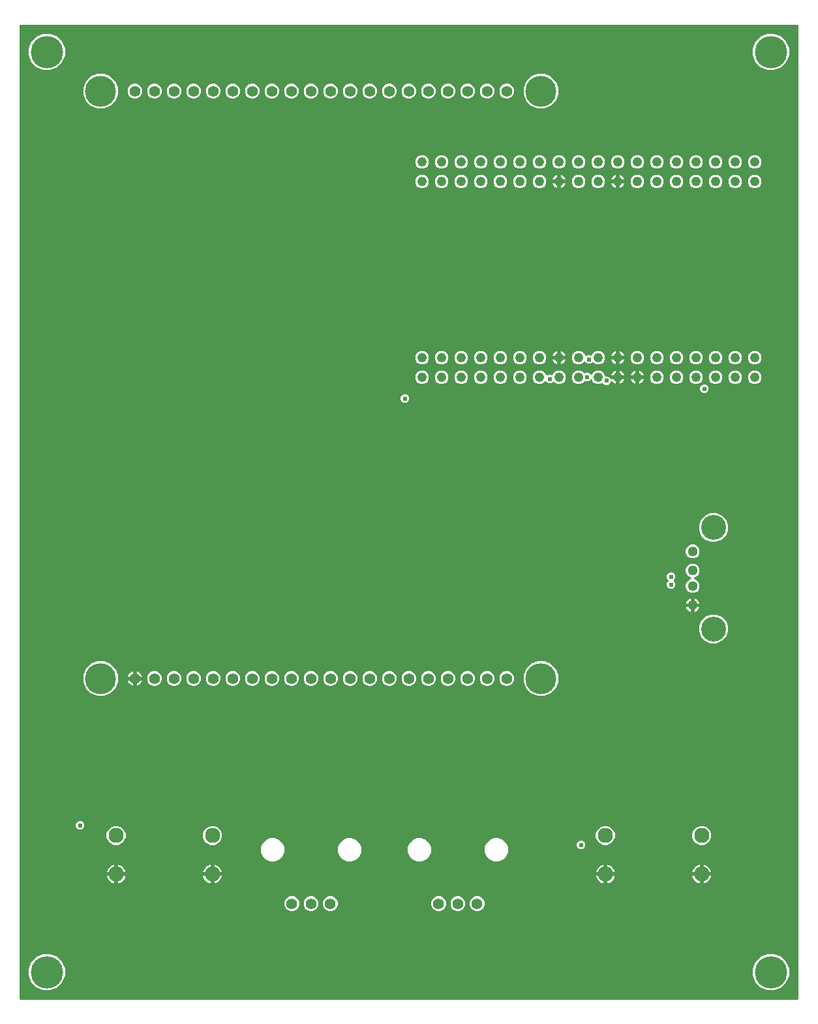
<source format=gbr>
G04 EAGLE Gerber RS-274X export*
G75*
%MOMM*%
%FSLAX34Y34*%
%LPD*%
%INCopper Layer 2*%
%IPPOS*%
%AMOC8*
5,1,8,0,0,1.08239X$1,22.5*%
G01*
%ADD10C,1.288000*%
%ADD11C,3.220000*%
%ADD12C,1.400000*%
%ADD13C,4.016000*%
%ADD14C,1.244600*%
%ADD15C,1.960000*%
%ADD16C,4.191000*%
%ADD17C,0.609600*%

G36*
X1012308Y2556D02*
X1012308Y2556D01*
X1012427Y2563D01*
X1012465Y2576D01*
X1012506Y2581D01*
X1012616Y2624D01*
X1012729Y2661D01*
X1012764Y2683D01*
X1012801Y2698D01*
X1012897Y2767D01*
X1012998Y2831D01*
X1013026Y2861D01*
X1013059Y2884D01*
X1013135Y2976D01*
X1013216Y3063D01*
X1013236Y3098D01*
X1013261Y3129D01*
X1013312Y3237D01*
X1013370Y3341D01*
X1013380Y3381D01*
X1013397Y3417D01*
X1013419Y3534D01*
X1013449Y3649D01*
X1013453Y3709D01*
X1013457Y3729D01*
X1013455Y3750D01*
X1013459Y3810D01*
X1013459Y1266190D01*
X1013444Y1266308D01*
X1013437Y1266427D01*
X1013424Y1266465D01*
X1013419Y1266506D01*
X1013376Y1266616D01*
X1013339Y1266729D01*
X1013317Y1266764D01*
X1013302Y1266801D01*
X1013233Y1266897D01*
X1013169Y1266998D01*
X1013139Y1267026D01*
X1013116Y1267059D01*
X1013024Y1267135D01*
X1012937Y1267216D01*
X1012902Y1267236D01*
X1012871Y1267261D01*
X1012763Y1267312D01*
X1012659Y1267370D01*
X1012619Y1267380D01*
X1012583Y1267397D01*
X1012466Y1267419D01*
X1012351Y1267449D01*
X1012291Y1267453D01*
X1012271Y1267457D01*
X1012250Y1267455D01*
X1012190Y1267459D01*
X3810Y1267459D01*
X3692Y1267444D01*
X3573Y1267437D01*
X3535Y1267424D01*
X3494Y1267419D01*
X3384Y1267376D01*
X3271Y1267339D01*
X3236Y1267317D01*
X3199Y1267302D01*
X3103Y1267233D01*
X3002Y1267169D01*
X2974Y1267139D01*
X2941Y1267116D01*
X2865Y1267024D01*
X2784Y1266937D01*
X2764Y1266902D01*
X2739Y1266871D01*
X2688Y1266763D01*
X2630Y1266659D01*
X2620Y1266619D01*
X2603Y1266583D01*
X2581Y1266466D01*
X2551Y1266351D01*
X2547Y1266291D01*
X2543Y1266271D01*
X2545Y1266250D01*
X2541Y1266190D01*
X2541Y3810D01*
X2556Y3692D01*
X2563Y3573D01*
X2576Y3535D01*
X2581Y3494D01*
X2624Y3384D01*
X2661Y3271D01*
X2683Y3236D01*
X2698Y3199D01*
X2767Y3103D01*
X2831Y3002D01*
X2861Y2974D01*
X2884Y2941D01*
X2976Y2865D01*
X3063Y2784D01*
X3098Y2764D01*
X3129Y2739D01*
X3237Y2688D01*
X3341Y2630D01*
X3381Y2620D01*
X3417Y2603D01*
X3534Y2581D01*
X3649Y2551D01*
X3709Y2547D01*
X3729Y2543D01*
X3750Y2545D01*
X3810Y2541D01*
X1012190Y2541D01*
X1012308Y2556D01*
G37*
%LPC*%
G36*
X973226Y1208404D02*
X973226Y1208404D01*
X964591Y1211981D01*
X957981Y1218591D01*
X954404Y1227226D01*
X954404Y1236574D01*
X957981Y1245209D01*
X964591Y1251819D01*
X973226Y1255396D01*
X982574Y1255396D01*
X991209Y1251819D01*
X997819Y1245209D01*
X1001396Y1236574D01*
X1001396Y1227226D01*
X997819Y1218591D01*
X991209Y1211981D01*
X982574Y1208404D01*
X973226Y1208404D01*
G37*
%LPD*%
%LPC*%
G36*
X33426Y1208404D02*
X33426Y1208404D01*
X24791Y1211981D01*
X18181Y1218591D01*
X14604Y1227226D01*
X14604Y1236574D01*
X18181Y1245209D01*
X24791Y1251819D01*
X33426Y1255396D01*
X42774Y1255396D01*
X51409Y1251819D01*
X58019Y1245209D01*
X61596Y1236574D01*
X61596Y1227226D01*
X58019Y1218591D01*
X51409Y1211981D01*
X42774Y1208404D01*
X33426Y1208404D01*
G37*
%LPD*%
%LPC*%
G36*
X33426Y14604D02*
X33426Y14604D01*
X24791Y18181D01*
X18181Y24791D01*
X14604Y33426D01*
X14604Y42774D01*
X18181Y51409D01*
X24791Y58019D01*
X33426Y61596D01*
X42774Y61596D01*
X51409Y58019D01*
X58019Y51409D01*
X61596Y42774D01*
X61596Y33426D01*
X58019Y24791D01*
X51409Y18181D01*
X42774Y14604D01*
X33426Y14604D01*
G37*
%LPD*%
%LPC*%
G36*
X973226Y14604D02*
X973226Y14604D01*
X964591Y18181D01*
X957981Y24791D01*
X954404Y33426D01*
X954404Y42774D01*
X957981Y51409D01*
X964591Y58019D01*
X973226Y61596D01*
X982574Y61596D01*
X991209Y58019D01*
X997819Y51409D01*
X1001396Y42774D01*
X1001396Y33426D01*
X997819Y24791D01*
X991209Y18181D01*
X982574Y14604D01*
X973226Y14604D01*
G37*
%LPD*%
%LPC*%
G36*
X674950Y1158479D02*
X674950Y1158479D01*
X666636Y1161923D01*
X660273Y1168286D01*
X656829Y1176600D01*
X656829Y1185600D01*
X660273Y1193914D01*
X666636Y1200277D01*
X674950Y1203721D01*
X683950Y1203721D01*
X692264Y1200277D01*
X698627Y1193914D01*
X702071Y1185600D01*
X702071Y1176600D01*
X698627Y1168286D01*
X692264Y1161923D01*
X683950Y1158479D01*
X674950Y1158479D01*
G37*
%LPD*%
%LPC*%
G36*
X103450Y1158479D02*
X103450Y1158479D01*
X95136Y1161923D01*
X88773Y1168286D01*
X85329Y1176600D01*
X85329Y1185600D01*
X88773Y1193914D01*
X95136Y1200277D01*
X103450Y1203721D01*
X112450Y1203721D01*
X120764Y1200277D01*
X127127Y1193914D01*
X130571Y1185600D01*
X130571Y1176600D01*
X127127Y1168286D01*
X120764Y1161923D01*
X112450Y1158479D01*
X103450Y1158479D01*
G37*
%LPD*%
%LPC*%
G36*
X103450Y396479D02*
X103450Y396479D01*
X95136Y399923D01*
X88773Y406286D01*
X85329Y414600D01*
X85329Y423600D01*
X88773Y431914D01*
X95136Y438277D01*
X103450Y441721D01*
X112450Y441721D01*
X120764Y438277D01*
X127127Y431914D01*
X130571Y423600D01*
X130571Y414600D01*
X127127Y406286D01*
X120764Y399923D01*
X112450Y396479D01*
X103450Y396479D01*
G37*
%LPD*%
%LPC*%
G36*
X674950Y396479D02*
X674950Y396479D01*
X666636Y399923D01*
X660273Y406286D01*
X656829Y414600D01*
X656829Y423600D01*
X660273Y431914D01*
X666636Y438277D01*
X674950Y441721D01*
X683950Y441721D01*
X692264Y438277D01*
X698627Y431914D01*
X702071Y423600D01*
X702071Y414600D01*
X698627Y406286D01*
X692264Y399923D01*
X683950Y396479D01*
X674950Y396479D01*
G37*
%LPD*%
%LPC*%
G36*
X899692Y464859D02*
X899692Y464859D01*
X892841Y467697D01*
X887597Y472941D01*
X884759Y479792D01*
X884759Y487208D01*
X887597Y494059D01*
X892841Y499303D01*
X899692Y502141D01*
X907108Y502141D01*
X913959Y499303D01*
X919203Y494059D01*
X922041Y487208D01*
X922041Y479792D01*
X919203Y472941D01*
X913959Y467697D01*
X907108Y464859D01*
X899692Y464859D01*
G37*
%LPD*%
%LPC*%
G36*
X899692Y596259D02*
X899692Y596259D01*
X892841Y599097D01*
X887597Y604341D01*
X884759Y611192D01*
X884759Y618608D01*
X887597Y625459D01*
X892841Y630703D01*
X899692Y633541D01*
X907108Y633541D01*
X913959Y630703D01*
X919203Y625459D01*
X922041Y618608D01*
X922041Y611192D01*
X919203Y604341D01*
X913959Y599097D01*
X907108Y596259D01*
X899692Y596259D01*
G37*
%LPD*%
%LPC*%
G36*
X328008Y181959D02*
X328008Y181959D01*
X322480Y184249D01*
X318249Y188480D01*
X315959Y194008D01*
X315959Y199992D01*
X318249Y205520D01*
X322480Y209751D01*
X328008Y212041D01*
X333992Y212041D01*
X339520Y209751D01*
X343751Y205520D01*
X346041Y199992D01*
X346041Y194008D01*
X343751Y188480D01*
X339520Y184249D01*
X333992Y181959D01*
X328008Y181959D01*
G37*
%LPD*%
%LPC*%
G36*
X428008Y181959D02*
X428008Y181959D01*
X422480Y184249D01*
X418249Y188480D01*
X415959Y194008D01*
X415959Y199992D01*
X418249Y205520D01*
X422480Y209751D01*
X428008Y212041D01*
X433992Y212041D01*
X439520Y209751D01*
X443751Y205520D01*
X446041Y199992D01*
X446041Y194008D01*
X443751Y188480D01*
X439520Y184249D01*
X433992Y181959D01*
X428008Y181959D01*
G37*
%LPD*%
%LPC*%
G36*
X518508Y181959D02*
X518508Y181959D01*
X512980Y184249D01*
X508749Y188480D01*
X506459Y194008D01*
X506459Y199992D01*
X508749Y205520D01*
X512980Y209751D01*
X518508Y212041D01*
X524492Y212041D01*
X530020Y209751D01*
X534251Y205520D01*
X536541Y199992D01*
X536541Y194008D01*
X534251Y188480D01*
X530020Y184249D01*
X524492Y181959D01*
X518508Y181959D01*
G37*
%LPD*%
%LPC*%
G36*
X618508Y181959D02*
X618508Y181959D01*
X612980Y184249D01*
X608749Y188480D01*
X606459Y194008D01*
X606459Y199992D01*
X608749Y205520D01*
X612980Y209751D01*
X618508Y212041D01*
X624492Y212041D01*
X630020Y209751D01*
X634251Y205520D01*
X636541Y199992D01*
X636541Y194008D01*
X634251Y188480D01*
X630020Y184249D01*
X624492Y181959D01*
X618508Y181959D01*
G37*
%LPD*%
%LPC*%
G36*
X763428Y799839D02*
X763428Y799839D01*
X761374Y800690D01*
X759851Y802214D01*
X759827Y802232D01*
X759808Y802254D01*
X759702Y802329D01*
X759599Y802409D01*
X759572Y802420D01*
X759548Y802437D01*
X759427Y802483D01*
X759307Y802535D01*
X759278Y802540D01*
X759251Y802550D01*
X759122Y802565D01*
X758993Y802585D01*
X758964Y802582D01*
X758935Y802585D01*
X758806Y802567D01*
X758677Y802555D01*
X758649Y802545D01*
X758620Y802541D01*
X758467Y802489D01*
X755443Y801236D01*
X751957Y801236D01*
X748736Y802570D01*
X746270Y805036D01*
X745694Y806428D01*
X745669Y806471D01*
X745652Y806518D01*
X745591Y806609D01*
X745536Y806704D01*
X745502Y806740D01*
X745474Y806781D01*
X745391Y806854D01*
X745315Y806933D01*
X745273Y806959D01*
X745235Y806992D01*
X745137Y807042D01*
X745044Y807099D01*
X744996Y807114D01*
X744952Y807136D01*
X744845Y807160D01*
X744740Y807193D01*
X744690Y807195D01*
X744642Y807206D01*
X744532Y807203D01*
X744422Y807208D01*
X744374Y807198D01*
X744324Y807196D01*
X744218Y807166D01*
X744111Y807144D01*
X744066Y807122D01*
X744018Y807108D01*
X743924Y807052D01*
X743825Y807004D01*
X743787Y806972D01*
X743744Y806946D01*
X743624Y806840D01*
X742306Y805522D01*
X740252Y804671D01*
X738028Y804671D01*
X736929Y805127D01*
X736900Y805135D01*
X736874Y805148D01*
X736747Y805176D01*
X736622Y805211D01*
X736592Y805211D01*
X736564Y805218D01*
X736434Y805214D01*
X736304Y805216D01*
X736275Y805209D01*
X736246Y805208D01*
X736121Y805172D01*
X735995Y805142D01*
X735968Y805128D01*
X735940Y805120D01*
X735828Y805054D01*
X735714Y804993D01*
X735692Y804973D01*
X735666Y804958D01*
X735545Y804852D01*
X733264Y802570D01*
X730043Y801236D01*
X726557Y801236D01*
X723336Y802570D01*
X720870Y805036D01*
X719536Y808257D01*
X719536Y811743D01*
X720870Y814964D01*
X723336Y817430D01*
X726557Y818764D01*
X730043Y818764D01*
X733264Y817430D01*
X735178Y815516D01*
X735201Y815498D01*
X735220Y815475D01*
X735326Y815401D01*
X735429Y815321D01*
X735456Y815309D01*
X735480Y815292D01*
X735602Y815246D01*
X735721Y815195D01*
X735750Y815190D01*
X735778Y815180D01*
X735907Y815165D01*
X736035Y815145D01*
X736064Y815148D01*
X736094Y815144D01*
X736222Y815163D01*
X736352Y815175D01*
X736379Y815185D01*
X736409Y815189D01*
X736561Y815241D01*
X738028Y815849D01*
X740252Y815849D01*
X742306Y814998D01*
X743776Y813528D01*
X743815Y813497D01*
X743849Y813461D01*
X743940Y813400D01*
X744027Y813333D01*
X744073Y813313D01*
X744114Y813286D01*
X744218Y813250D01*
X744319Y813206D01*
X744368Y813199D01*
X744415Y813183D01*
X744524Y813174D01*
X744633Y813157D01*
X744683Y813161D01*
X744732Y813157D01*
X744840Y813176D01*
X744950Y813186D01*
X744997Y813203D01*
X745045Y813212D01*
X745146Y813257D01*
X745249Y813294D01*
X745290Y813322D01*
X745335Y813342D01*
X745421Y813411D01*
X745512Y813473D01*
X745545Y813510D01*
X745584Y813541D01*
X745650Y813629D01*
X745723Y813711D01*
X745745Y813755D01*
X745775Y813795D01*
X745846Y813940D01*
X746270Y814964D01*
X748736Y817430D01*
X751957Y818764D01*
X755443Y818764D01*
X758664Y817430D01*
X761130Y814964D01*
X762440Y811800D01*
X762447Y811788D01*
X762449Y811783D01*
X762455Y811772D01*
X762464Y811747D01*
X762533Y811637D01*
X762598Y811524D01*
X762618Y811503D01*
X762634Y811478D01*
X762728Y811389D01*
X762819Y811296D01*
X762844Y811280D01*
X762866Y811260D01*
X762979Y811197D01*
X763090Y811129D01*
X763118Y811121D01*
X763144Y811106D01*
X763270Y811074D01*
X763394Y811036D01*
X763423Y811034D01*
X763452Y811027D01*
X763613Y811017D01*
X765652Y811017D01*
X767706Y810166D01*
X769278Y808594D01*
X769291Y808562D01*
X769306Y808536D01*
X769315Y808508D01*
X769384Y808398D01*
X769449Y808286D01*
X769469Y808264D01*
X769485Y808239D01*
X769580Y808150D01*
X769670Y808057D01*
X769695Y808042D01*
X769717Y808021D01*
X769830Y807959D01*
X769941Y807891D01*
X769969Y807882D01*
X769995Y807868D01*
X770121Y807835D01*
X770245Y807797D01*
X770275Y807796D01*
X770303Y807788D01*
X770464Y807778D01*
X776878Y807778D01*
X776878Y801507D01*
X776544Y801573D01*
X774949Y802234D01*
X773513Y803193D01*
X772288Y804418D01*
X772284Y804425D01*
X772187Y804532D01*
X772093Y804641D01*
X772080Y804650D01*
X772070Y804661D01*
X771950Y804740D01*
X771831Y804822D01*
X771817Y804827D01*
X771805Y804835D01*
X771668Y804882D01*
X771533Y804932D01*
X771518Y804934D01*
X771504Y804939D01*
X771359Y804950D01*
X771216Y804965D01*
X771202Y804963D01*
X771187Y804964D01*
X771044Y804939D01*
X770902Y804918D01*
X770888Y804912D01*
X770874Y804910D01*
X770742Y804850D01*
X770609Y804794D01*
X770597Y804785D01*
X770584Y804779D01*
X770471Y804689D01*
X770356Y804601D01*
X770347Y804590D01*
X770335Y804580D01*
X770248Y804465D01*
X770159Y804352D01*
X770153Y804338D01*
X770144Y804326D01*
X770073Y804182D01*
X769278Y802262D01*
X767706Y800690D01*
X765652Y799839D01*
X763428Y799839D01*
G37*
%LPD*%
%LPC*%
G36*
X726557Y826636D02*
X726557Y826636D01*
X723336Y827970D01*
X720870Y830436D01*
X719536Y833657D01*
X719536Y837143D01*
X720870Y840364D01*
X723336Y842830D01*
X726557Y844164D01*
X730043Y844164D01*
X733264Y842830D01*
X735730Y840364D01*
X736552Y838378D01*
X736577Y838335D01*
X736594Y838288D01*
X736656Y838197D01*
X736710Y838102D01*
X736745Y838066D01*
X736773Y838025D01*
X736855Y837952D01*
X736931Y837873D01*
X736974Y837847D01*
X737011Y837814D01*
X737109Y837764D01*
X737202Y837707D01*
X737250Y837692D01*
X737294Y837670D01*
X737401Y837646D01*
X737506Y837613D01*
X737556Y837611D01*
X737605Y837600D01*
X737714Y837603D01*
X737824Y837598D01*
X737873Y837608D01*
X737922Y837610D01*
X738028Y837640D01*
X738135Y837662D01*
X738180Y837684D01*
X738228Y837698D01*
X738322Y837754D01*
X738421Y837802D01*
X738459Y837835D01*
X738462Y837836D01*
X740568Y838709D01*
X742792Y838709D01*
X744003Y838207D01*
X744118Y838176D01*
X744231Y838137D01*
X744271Y838134D01*
X744310Y838123D01*
X744429Y838121D01*
X744548Y838112D01*
X744587Y838119D01*
X744628Y838118D01*
X744744Y838146D01*
X744861Y838166D01*
X744898Y838183D01*
X744937Y838192D01*
X745042Y838248D01*
X745151Y838297D01*
X745182Y838322D01*
X745218Y838341D01*
X745306Y838421D01*
X745399Y838495D01*
X745424Y838527D01*
X745454Y838555D01*
X745519Y838654D01*
X745591Y838749D01*
X745617Y838803D01*
X745628Y838820D01*
X745635Y838840D01*
X745661Y838894D01*
X746270Y840364D01*
X748736Y842830D01*
X751957Y844164D01*
X755443Y844164D01*
X758664Y842830D01*
X761130Y840364D01*
X762464Y837143D01*
X762464Y833657D01*
X761130Y830436D01*
X758664Y827970D01*
X755443Y826636D01*
X751957Y826636D01*
X748736Y827970D01*
X747482Y829224D01*
X747388Y829297D01*
X747299Y829376D01*
X747263Y829394D01*
X747231Y829419D01*
X747122Y829466D01*
X747016Y829520D01*
X746976Y829529D01*
X746939Y829545D01*
X746821Y829564D01*
X746706Y829590D01*
X746665Y829589D01*
X746625Y829595D01*
X746507Y829584D01*
X746388Y829580D01*
X746349Y829569D01*
X746309Y829565D01*
X746197Y829525D01*
X746082Y829492D01*
X746047Y829471D01*
X746009Y829458D01*
X745911Y829391D01*
X745808Y829330D01*
X745763Y829290D01*
X745746Y829279D01*
X745733Y829264D01*
X745687Y829224D01*
X744846Y828382D01*
X742792Y827531D01*
X740568Y827531D01*
X738514Y828382D01*
X736993Y829904D01*
X736898Y829977D01*
X736809Y830056D01*
X736773Y830074D01*
X736741Y830099D01*
X736632Y830146D01*
X736526Y830200D01*
X736487Y830209D01*
X736449Y830225D01*
X736332Y830244D01*
X736216Y830270D01*
X736175Y830269D01*
X736135Y830275D01*
X736017Y830264D01*
X735898Y830260D01*
X735859Y830249D01*
X735819Y830245D01*
X735707Y830205D01*
X735592Y830172D01*
X735558Y830151D01*
X735519Y830138D01*
X735421Y830071D01*
X735318Y830010D01*
X735273Y829970D01*
X735256Y829959D01*
X735243Y829944D01*
X735198Y829904D01*
X733264Y827970D01*
X730043Y826636D01*
X726557Y826636D01*
G37*
%LPD*%
%LPC*%
G36*
X675757Y801236D02*
X675757Y801236D01*
X672536Y802570D01*
X670070Y805036D01*
X668736Y808257D01*
X668736Y811743D01*
X670070Y814964D01*
X672536Y817430D01*
X675757Y818764D01*
X679243Y818764D01*
X682464Y817430D01*
X684930Y814964D01*
X685752Y812978D01*
X685777Y812935D01*
X685794Y812888D01*
X685856Y812797D01*
X685910Y812702D01*
X685945Y812666D01*
X685973Y812625D01*
X686055Y812552D01*
X686131Y812473D01*
X686174Y812447D01*
X686211Y812414D01*
X686309Y812364D01*
X686402Y812307D01*
X686450Y812292D01*
X686494Y812270D01*
X686601Y812246D01*
X686706Y812213D01*
X686756Y812211D01*
X686805Y812200D01*
X686914Y812203D01*
X687024Y812198D01*
X687073Y812208D01*
X687122Y812210D01*
X687228Y812240D01*
X687335Y812262D01*
X687380Y812284D01*
X687428Y812298D01*
X687522Y812354D01*
X687621Y812402D01*
X687659Y812435D01*
X687662Y812436D01*
X689768Y813309D01*
X691992Y813309D01*
X693203Y812807D01*
X693318Y812776D01*
X693431Y812737D01*
X693471Y812734D01*
X693510Y812723D01*
X693629Y812721D01*
X693748Y812712D01*
X693787Y812719D01*
X693828Y812718D01*
X693944Y812746D01*
X694061Y812766D01*
X694098Y812783D01*
X694137Y812792D01*
X694242Y812848D01*
X694351Y812897D01*
X694382Y812922D01*
X694418Y812941D01*
X694506Y813021D01*
X694599Y813095D01*
X694624Y813127D01*
X694654Y813155D01*
X694719Y813254D01*
X694791Y813349D01*
X694817Y813403D01*
X694828Y813420D01*
X694835Y813440D01*
X694861Y813494D01*
X695470Y814964D01*
X697936Y817430D01*
X701157Y818764D01*
X704643Y818764D01*
X707864Y817430D01*
X710330Y814964D01*
X711664Y811743D01*
X711664Y808257D01*
X710330Y805036D01*
X707864Y802570D01*
X704643Y801236D01*
X701157Y801236D01*
X697936Y802570D01*
X696682Y803824D01*
X696588Y803897D01*
X696499Y803976D01*
X696463Y803994D01*
X696431Y804019D01*
X696322Y804066D01*
X696216Y804120D01*
X696176Y804129D01*
X696139Y804145D01*
X696021Y804164D01*
X695906Y804190D01*
X695865Y804189D01*
X695825Y804195D01*
X695707Y804184D01*
X695588Y804180D01*
X695549Y804169D01*
X695509Y804165D01*
X695397Y804125D01*
X695282Y804092D01*
X695247Y804071D01*
X695209Y804058D01*
X695111Y803991D01*
X695008Y803930D01*
X694963Y803890D01*
X694946Y803879D01*
X694933Y803864D01*
X694887Y803824D01*
X694046Y802982D01*
X691992Y802131D01*
X689768Y802131D01*
X687714Y802982D01*
X686193Y804504D01*
X686098Y804577D01*
X686009Y804656D01*
X685973Y804674D01*
X685941Y804699D01*
X685832Y804746D01*
X685726Y804800D01*
X685687Y804809D01*
X685649Y804825D01*
X685532Y804844D01*
X685416Y804870D01*
X685375Y804869D01*
X685335Y804875D01*
X685217Y804864D01*
X685098Y804860D01*
X685059Y804849D01*
X685019Y804845D01*
X684907Y804805D01*
X684792Y804772D01*
X684758Y804751D01*
X684719Y804738D01*
X684621Y804671D01*
X684518Y804610D01*
X684473Y804570D01*
X684456Y804559D01*
X684443Y804544D01*
X684398Y804504D01*
X682464Y802570D01*
X679243Y801236D01*
X675757Y801236D01*
G37*
%LPD*%
%LPC*%
G36*
X874514Y530219D02*
X874514Y530219D01*
X871213Y531586D01*
X868686Y534113D01*
X867319Y537414D01*
X867319Y540986D01*
X868686Y544287D01*
X871213Y546814D01*
X874143Y548027D01*
X874264Y548096D01*
X874387Y548161D01*
X874402Y548175D01*
X874420Y548185D01*
X874520Y548282D01*
X874622Y548375D01*
X874633Y548392D01*
X874648Y548406D01*
X874721Y548525D01*
X874797Y548641D01*
X874804Y548660D01*
X874814Y548677D01*
X874855Y548810D01*
X874900Y548942D01*
X874902Y548962D01*
X874908Y548981D01*
X874915Y549120D01*
X874926Y549259D01*
X874922Y549279D01*
X874923Y549299D01*
X874895Y549435D01*
X874871Y549572D01*
X874863Y549591D01*
X874859Y549610D01*
X874797Y549736D01*
X874741Y549862D01*
X874728Y549878D01*
X874719Y549896D01*
X874629Y550002D01*
X874542Y550110D01*
X874526Y550123D01*
X874513Y550138D01*
X874399Y550218D01*
X874288Y550302D01*
X874263Y550314D01*
X874253Y550321D01*
X874233Y550328D01*
X874143Y550373D01*
X871213Y551586D01*
X868686Y554113D01*
X867319Y557414D01*
X867319Y560986D01*
X868686Y564287D01*
X871213Y566814D01*
X874514Y568181D01*
X878086Y568181D01*
X881387Y566814D01*
X883914Y564287D01*
X885281Y560986D01*
X885281Y557414D01*
X883914Y554113D01*
X881387Y551586D01*
X878457Y550373D01*
X878336Y550304D01*
X878213Y550239D01*
X878198Y550225D01*
X878180Y550215D01*
X878080Y550118D01*
X877978Y550025D01*
X877966Y550008D01*
X877952Y549994D01*
X877879Y549876D01*
X877803Y549759D01*
X877796Y549740D01*
X877786Y549723D01*
X877745Y549590D01*
X877700Y549458D01*
X877698Y549438D01*
X877692Y549419D01*
X877685Y549280D01*
X877674Y549141D01*
X877678Y549121D01*
X877677Y549101D01*
X877705Y548965D01*
X877729Y548828D01*
X877737Y548809D01*
X877741Y548790D01*
X877802Y548665D01*
X877859Y548538D01*
X877872Y548522D01*
X877881Y548504D01*
X877971Y548398D01*
X878058Y548290D01*
X878074Y548277D01*
X878087Y548262D01*
X878201Y548182D01*
X878312Y548098D01*
X878337Y548086D01*
X878347Y548079D01*
X878367Y548072D01*
X878457Y548027D01*
X881387Y546814D01*
X883914Y544287D01*
X885281Y540986D01*
X885281Y537414D01*
X883914Y534113D01*
X881387Y531586D01*
X878086Y530219D01*
X874514Y530219D01*
G37*
%LPD*%
%LPC*%
G36*
X125545Y203159D02*
X125545Y203159D01*
X121010Y205038D01*
X117538Y208510D01*
X115659Y213045D01*
X115659Y217955D01*
X117538Y222490D01*
X121010Y225962D01*
X125545Y227841D01*
X130455Y227841D01*
X134990Y225962D01*
X138462Y222490D01*
X140341Y217955D01*
X140341Y213045D01*
X138462Y208510D01*
X134990Y205038D01*
X130455Y203159D01*
X125545Y203159D01*
G37*
%LPD*%
%LPC*%
G36*
X250545Y203159D02*
X250545Y203159D01*
X246010Y205038D01*
X242538Y208510D01*
X240659Y213045D01*
X240659Y217955D01*
X242538Y222490D01*
X246010Y225962D01*
X250545Y227841D01*
X255455Y227841D01*
X259990Y225962D01*
X263462Y222490D01*
X265341Y217955D01*
X265341Y213045D01*
X263462Y208510D01*
X259990Y205038D01*
X255455Y203159D01*
X250545Y203159D01*
G37*
%LPD*%
%LPC*%
G36*
X760545Y203159D02*
X760545Y203159D01*
X756010Y205038D01*
X752538Y208510D01*
X750659Y213045D01*
X750659Y217955D01*
X752538Y222490D01*
X756010Y225962D01*
X760545Y227841D01*
X765455Y227841D01*
X769990Y225962D01*
X773462Y222490D01*
X775341Y217955D01*
X775341Y213045D01*
X773462Y208510D01*
X769990Y205038D01*
X765455Y203159D01*
X760545Y203159D01*
G37*
%LPD*%
%LPC*%
G36*
X885545Y203159D02*
X885545Y203159D01*
X881010Y205038D01*
X877538Y208510D01*
X875659Y213045D01*
X875659Y217955D01*
X877538Y222490D01*
X881010Y225962D01*
X885545Y227841D01*
X890455Y227841D01*
X894990Y225962D01*
X898462Y222490D01*
X900341Y217955D01*
X900341Y213045D01*
X898462Y208510D01*
X894990Y205038D01*
X890455Y203159D01*
X885545Y203159D01*
G37*
%LPD*%
%LPC*%
G36*
X175902Y1171559D02*
X175902Y1171559D01*
X172396Y1173012D01*
X169712Y1175696D01*
X168259Y1179202D01*
X168259Y1182998D01*
X169712Y1186504D01*
X172396Y1189188D01*
X175902Y1190641D01*
X179698Y1190641D01*
X183204Y1189188D01*
X185888Y1186504D01*
X187341Y1182998D01*
X187341Y1179202D01*
X185888Y1175696D01*
X183204Y1173012D01*
X179698Y1171559D01*
X175902Y1171559D01*
G37*
%LPD*%
%LPC*%
G36*
X150502Y1171559D02*
X150502Y1171559D01*
X146996Y1173012D01*
X144312Y1175696D01*
X142859Y1179202D01*
X142859Y1182998D01*
X144312Y1186504D01*
X146996Y1189188D01*
X150502Y1190641D01*
X154298Y1190641D01*
X157804Y1189188D01*
X160488Y1186504D01*
X161941Y1182998D01*
X161941Y1179202D01*
X160488Y1175696D01*
X157804Y1173012D01*
X154298Y1171559D01*
X150502Y1171559D01*
G37*
%LPD*%
%LPC*%
G36*
X633102Y1171559D02*
X633102Y1171559D01*
X629596Y1173012D01*
X626912Y1175696D01*
X625459Y1179202D01*
X625459Y1182998D01*
X626912Y1186504D01*
X629596Y1189188D01*
X633102Y1190641D01*
X636898Y1190641D01*
X640404Y1189188D01*
X643088Y1186504D01*
X644541Y1182998D01*
X644541Y1179202D01*
X643088Y1175696D01*
X640404Y1173012D01*
X636898Y1171559D01*
X633102Y1171559D01*
G37*
%LPD*%
%LPC*%
G36*
X607702Y1171559D02*
X607702Y1171559D01*
X604196Y1173012D01*
X601512Y1175696D01*
X600059Y1179202D01*
X600059Y1182998D01*
X601512Y1186504D01*
X604196Y1189188D01*
X607702Y1190641D01*
X611498Y1190641D01*
X615004Y1189188D01*
X617688Y1186504D01*
X619141Y1182998D01*
X619141Y1179202D01*
X617688Y1175696D01*
X615004Y1173012D01*
X611498Y1171559D01*
X607702Y1171559D01*
G37*
%LPD*%
%LPC*%
G36*
X582302Y1171559D02*
X582302Y1171559D01*
X578796Y1173012D01*
X576112Y1175696D01*
X574659Y1179202D01*
X574659Y1182998D01*
X576112Y1186504D01*
X578796Y1189188D01*
X582302Y1190641D01*
X586098Y1190641D01*
X589604Y1189188D01*
X592288Y1186504D01*
X593741Y1182998D01*
X593741Y1179202D01*
X592288Y1175696D01*
X589604Y1173012D01*
X586098Y1171559D01*
X582302Y1171559D01*
G37*
%LPD*%
%LPC*%
G36*
X556902Y1171559D02*
X556902Y1171559D01*
X553396Y1173012D01*
X550712Y1175696D01*
X549259Y1179202D01*
X549259Y1182998D01*
X550712Y1186504D01*
X553396Y1189188D01*
X556902Y1190641D01*
X560698Y1190641D01*
X564204Y1189188D01*
X566888Y1186504D01*
X568341Y1182998D01*
X568341Y1179202D01*
X566888Y1175696D01*
X564204Y1173012D01*
X560698Y1171559D01*
X556902Y1171559D01*
G37*
%LPD*%
%LPC*%
G36*
X531502Y1171559D02*
X531502Y1171559D01*
X527996Y1173012D01*
X525312Y1175696D01*
X523859Y1179202D01*
X523859Y1182998D01*
X525312Y1186504D01*
X527996Y1189188D01*
X531502Y1190641D01*
X535298Y1190641D01*
X538804Y1189188D01*
X541488Y1186504D01*
X542941Y1182998D01*
X542941Y1179202D01*
X541488Y1175696D01*
X538804Y1173012D01*
X535298Y1171559D01*
X531502Y1171559D01*
G37*
%LPD*%
%LPC*%
G36*
X506102Y1171559D02*
X506102Y1171559D01*
X502596Y1173012D01*
X499912Y1175696D01*
X498459Y1179202D01*
X498459Y1182998D01*
X499912Y1186504D01*
X502596Y1189188D01*
X506102Y1190641D01*
X509898Y1190641D01*
X513404Y1189188D01*
X516088Y1186504D01*
X517541Y1182998D01*
X517541Y1179202D01*
X516088Y1175696D01*
X513404Y1173012D01*
X509898Y1171559D01*
X506102Y1171559D01*
G37*
%LPD*%
%LPC*%
G36*
X480702Y1171559D02*
X480702Y1171559D01*
X477196Y1173012D01*
X474512Y1175696D01*
X473059Y1179202D01*
X473059Y1182998D01*
X474512Y1186504D01*
X477196Y1189188D01*
X480702Y1190641D01*
X484498Y1190641D01*
X488004Y1189188D01*
X490688Y1186504D01*
X492141Y1182998D01*
X492141Y1179202D01*
X490688Y1175696D01*
X488004Y1173012D01*
X484498Y1171559D01*
X480702Y1171559D01*
G37*
%LPD*%
%LPC*%
G36*
X455302Y1171559D02*
X455302Y1171559D01*
X451796Y1173012D01*
X449112Y1175696D01*
X447659Y1179202D01*
X447659Y1182998D01*
X449112Y1186504D01*
X451796Y1189188D01*
X455302Y1190641D01*
X459098Y1190641D01*
X462604Y1189188D01*
X465288Y1186504D01*
X466741Y1182998D01*
X466741Y1179202D01*
X465288Y1175696D01*
X462604Y1173012D01*
X459098Y1171559D01*
X455302Y1171559D01*
G37*
%LPD*%
%LPC*%
G36*
X429902Y1171559D02*
X429902Y1171559D01*
X426396Y1173012D01*
X423712Y1175696D01*
X422259Y1179202D01*
X422259Y1182998D01*
X423712Y1186504D01*
X426396Y1189188D01*
X429902Y1190641D01*
X433698Y1190641D01*
X437204Y1189188D01*
X439888Y1186504D01*
X441341Y1182998D01*
X441341Y1179202D01*
X439888Y1175696D01*
X437204Y1173012D01*
X433698Y1171559D01*
X429902Y1171559D01*
G37*
%LPD*%
%LPC*%
G36*
X404502Y1171559D02*
X404502Y1171559D01*
X400996Y1173012D01*
X398312Y1175696D01*
X396859Y1179202D01*
X396859Y1182998D01*
X398312Y1186504D01*
X400996Y1189188D01*
X404502Y1190641D01*
X408298Y1190641D01*
X411804Y1189188D01*
X414488Y1186504D01*
X415941Y1182998D01*
X415941Y1179202D01*
X414488Y1175696D01*
X411804Y1173012D01*
X408298Y1171559D01*
X404502Y1171559D01*
G37*
%LPD*%
%LPC*%
G36*
X379102Y1171559D02*
X379102Y1171559D01*
X375596Y1173012D01*
X372912Y1175696D01*
X371459Y1179202D01*
X371459Y1182998D01*
X372912Y1186504D01*
X375596Y1189188D01*
X379102Y1190641D01*
X382898Y1190641D01*
X386404Y1189188D01*
X389088Y1186504D01*
X390541Y1182998D01*
X390541Y1179202D01*
X389088Y1175696D01*
X386404Y1173012D01*
X382898Y1171559D01*
X379102Y1171559D01*
G37*
%LPD*%
%LPC*%
G36*
X353702Y1171559D02*
X353702Y1171559D01*
X350196Y1173012D01*
X347512Y1175696D01*
X346059Y1179202D01*
X346059Y1182998D01*
X347512Y1186504D01*
X350196Y1189188D01*
X353702Y1190641D01*
X357498Y1190641D01*
X361004Y1189188D01*
X363688Y1186504D01*
X365141Y1182998D01*
X365141Y1179202D01*
X363688Y1175696D01*
X361004Y1173012D01*
X357498Y1171559D01*
X353702Y1171559D01*
G37*
%LPD*%
%LPC*%
G36*
X328302Y1171559D02*
X328302Y1171559D01*
X324796Y1173012D01*
X322112Y1175696D01*
X320659Y1179202D01*
X320659Y1182998D01*
X322112Y1186504D01*
X324796Y1189188D01*
X328302Y1190641D01*
X332098Y1190641D01*
X335604Y1189188D01*
X338288Y1186504D01*
X339741Y1182998D01*
X339741Y1179202D01*
X338288Y1175696D01*
X335604Y1173012D01*
X332098Y1171559D01*
X328302Y1171559D01*
G37*
%LPD*%
%LPC*%
G36*
X302902Y1171559D02*
X302902Y1171559D01*
X299396Y1173012D01*
X296712Y1175696D01*
X295259Y1179202D01*
X295259Y1182998D01*
X296712Y1186504D01*
X299396Y1189188D01*
X302902Y1190641D01*
X306698Y1190641D01*
X310204Y1189188D01*
X312888Y1186504D01*
X314341Y1182998D01*
X314341Y1179202D01*
X312888Y1175696D01*
X310204Y1173012D01*
X306698Y1171559D01*
X302902Y1171559D01*
G37*
%LPD*%
%LPC*%
G36*
X277502Y1171559D02*
X277502Y1171559D01*
X273996Y1173012D01*
X271312Y1175696D01*
X269859Y1179202D01*
X269859Y1182998D01*
X271312Y1186504D01*
X273996Y1189188D01*
X277502Y1190641D01*
X281298Y1190641D01*
X284804Y1189188D01*
X287488Y1186504D01*
X288941Y1182998D01*
X288941Y1179202D01*
X287488Y1175696D01*
X284804Y1173012D01*
X281298Y1171559D01*
X277502Y1171559D01*
G37*
%LPD*%
%LPC*%
G36*
X252102Y1171559D02*
X252102Y1171559D01*
X248596Y1173012D01*
X245912Y1175696D01*
X244459Y1179202D01*
X244459Y1182998D01*
X245912Y1186504D01*
X248596Y1189188D01*
X252102Y1190641D01*
X255898Y1190641D01*
X259404Y1189188D01*
X262088Y1186504D01*
X263541Y1182998D01*
X263541Y1179202D01*
X262088Y1175696D01*
X259404Y1173012D01*
X255898Y1171559D01*
X252102Y1171559D01*
G37*
%LPD*%
%LPC*%
G36*
X226702Y1171559D02*
X226702Y1171559D01*
X223196Y1173012D01*
X220512Y1175696D01*
X219059Y1179202D01*
X219059Y1182998D01*
X220512Y1186504D01*
X223196Y1189188D01*
X226702Y1190641D01*
X230498Y1190641D01*
X234004Y1189188D01*
X236688Y1186504D01*
X238141Y1182998D01*
X238141Y1179202D01*
X236688Y1175696D01*
X234004Y1173012D01*
X230498Y1171559D01*
X226702Y1171559D01*
G37*
%LPD*%
%LPC*%
G36*
X201302Y1171559D02*
X201302Y1171559D01*
X197796Y1173012D01*
X195112Y1175696D01*
X193659Y1179202D01*
X193659Y1182998D01*
X195112Y1186504D01*
X197796Y1189188D01*
X201302Y1190641D01*
X205098Y1190641D01*
X208604Y1189188D01*
X211288Y1186504D01*
X212741Y1182998D01*
X212741Y1179202D01*
X211288Y1175696D01*
X208604Y1173012D01*
X205098Y1171559D01*
X201302Y1171559D01*
G37*
%LPD*%
%LPC*%
G36*
X201302Y409559D02*
X201302Y409559D01*
X197796Y411012D01*
X195112Y413696D01*
X193659Y417202D01*
X193659Y420998D01*
X195112Y424504D01*
X197796Y427188D01*
X201302Y428641D01*
X205098Y428641D01*
X208604Y427188D01*
X211288Y424504D01*
X212741Y420998D01*
X212741Y417202D01*
X211288Y413696D01*
X208604Y411012D01*
X205098Y409559D01*
X201302Y409559D01*
G37*
%LPD*%
%LPC*%
G36*
X175902Y409559D02*
X175902Y409559D01*
X172396Y411012D01*
X169712Y413696D01*
X168259Y417202D01*
X168259Y420998D01*
X169712Y424504D01*
X172396Y427188D01*
X175902Y428641D01*
X179698Y428641D01*
X183204Y427188D01*
X185888Y424504D01*
X187341Y420998D01*
X187341Y417202D01*
X185888Y413696D01*
X183204Y411012D01*
X179698Y409559D01*
X175902Y409559D01*
G37*
%LPD*%
%LPC*%
G36*
X633102Y409559D02*
X633102Y409559D01*
X629596Y411012D01*
X626912Y413696D01*
X625459Y417202D01*
X625459Y420998D01*
X626912Y424504D01*
X629596Y427188D01*
X633102Y428641D01*
X636898Y428641D01*
X640404Y427188D01*
X643088Y424504D01*
X644541Y420998D01*
X644541Y417202D01*
X643088Y413696D01*
X640404Y411012D01*
X636898Y409559D01*
X633102Y409559D01*
G37*
%LPD*%
%LPC*%
G36*
X607702Y409559D02*
X607702Y409559D01*
X604196Y411012D01*
X601512Y413696D01*
X600059Y417202D01*
X600059Y420998D01*
X601512Y424504D01*
X604196Y427188D01*
X607702Y428641D01*
X611498Y428641D01*
X615004Y427188D01*
X617688Y424504D01*
X619141Y420998D01*
X619141Y417202D01*
X617688Y413696D01*
X615004Y411012D01*
X611498Y409559D01*
X607702Y409559D01*
G37*
%LPD*%
%LPC*%
G36*
X582302Y409559D02*
X582302Y409559D01*
X578796Y411012D01*
X576112Y413696D01*
X574659Y417202D01*
X574659Y420998D01*
X576112Y424504D01*
X578796Y427188D01*
X582302Y428641D01*
X586098Y428641D01*
X589604Y427188D01*
X592288Y424504D01*
X593741Y420998D01*
X593741Y417202D01*
X592288Y413696D01*
X589604Y411012D01*
X586098Y409559D01*
X582302Y409559D01*
G37*
%LPD*%
%LPC*%
G36*
X556902Y409559D02*
X556902Y409559D01*
X553396Y411012D01*
X550712Y413696D01*
X549259Y417202D01*
X549259Y420998D01*
X550712Y424504D01*
X553396Y427188D01*
X556902Y428641D01*
X560698Y428641D01*
X564204Y427188D01*
X566888Y424504D01*
X568341Y420998D01*
X568341Y417202D01*
X566888Y413696D01*
X564204Y411012D01*
X560698Y409559D01*
X556902Y409559D01*
G37*
%LPD*%
%LPC*%
G36*
X531502Y409559D02*
X531502Y409559D01*
X527996Y411012D01*
X525312Y413696D01*
X523859Y417202D01*
X523859Y420998D01*
X525312Y424504D01*
X527996Y427188D01*
X531502Y428641D01*
X535298Y428641D01*
X538804Y427188D01*
X541488Y424504D01*
X542941Y420998D01*
X542941Y417202D01*
X541488Y413696D01*
X538804Y411012D01*
X535298Y409559D01*
X531502Y409559D01*
G37*
%LPD*%
%LPC*%
G36*
X506102Y409559D02*
X506102Y409559D01*
X502596Y411012D01*
X499912Y413696D01*
X498459Y417202D01*
X498459Y420998D01*
X499912Y424504D01*
X502596Y427188D01*
X506102Y428641D01*
X509898Y428641D01*
X513404Y427188D01*
X516088Y424504D01*
X517541Y420998D01*
X517541Y417202D01*
X516088Y413696D01*
X513404Y411012D01*
X509898Y409559D01*
X506102Y409559D01*
G37*
%LPD*%
%LPC*%
G36*
X480702Y409559D02*
X480702Y409559D01*
X477196Y411012D01*
X474512Y413696D01*
X473059Y417202D01*
X473059Y420998D01*
X474512Y424504D01*
X477196Y427188D01*
X480702Y428641D01*
X484498Y428641D01*
X488004Y427188D01*
X490688Y424504D01*
X492141Y420998D01*
X492141Y417202D01*
X490688Y413696D01*
X488004Y411012D01*
X484498Y409559D01*
X480702Y409559D01*
G37*
%LPD*%
%LPC*%
G36*
X455302Y409559D02*
X455302Y409559D01*
X451796Y411012D01*
X449112Y413696D01*
X447659Y417202D01*
X447659Y420998D01*
X449112Y424504D01*
X451796Y427188D01*
X455302Y428641D01*
X459098Y428641D01*
X462604Y427188D01*
X465288Y424504D01*
X466741Y420998D01*
X466741Y417202D01*
X465288Y413696D01*
X462604Y411012D01*
X459098Y409559D01*
X455302Y409559D01*
G37*
%LPD*%
%LPC*%
G36*
X429902Y409559D02*
X429902Y409559D01*
X426396Y411012D01*
X423712Y413696D01*
X422259Y417202D01*
X422259Y420998D01*
X423712Y424504D01*
X426396Y427188D01*
X429902Y428641D01*
X433698Y428641D01*
X437204Y427188D01*
X439888Y424504D01*
X441341Y420998D01*
X441341Y417202D01*
X439888Y413696D01*
X437204Y411012D01*
X433698Y409559D01*
X429902Y409559D01*
G37*
%LPD*%
%LPC*%
G36*
X404502Y409559D02*
X404502Y409559D01*
X400996Y411012D01*
X398312Y413696D01*
X396859Y417202D01*
X396859Y420998D01*
X398312Y424504D01*
X400996Y427188D01*
X404502Y428641D01*
X408298Y428641D01*
X411804Y427188D01*
X414488Y424504D01*
X415941Y420998D01*
X415941Y417202D01*
X414488Y413696D01*
X411804Y411012D01*
X408298Y409559D01*
X404502Y409559D01*
G37*
%LPD*%
%LPC*%
G36*
X379102Y409559D02*
X379102Y409559D01*
X375596Y411012D01*
X372912Y413696D01*
X371459Y417202D01*
X371459Y420998D01*
X372912Y424504D01*
X375596Y427188D01*
X379102Y428641D01*
X382898Y428641D01*
X386404Y427188D01*
X389088Y424504D01*
X390541Y420998D01*
X390541Y417202D01*
X389088Y413696D01*
X386404Y411012D01*
X382898Y409559D01*
X379102Y409559D01*
G37*
%LPD*%
%LPC*%
G36*
X353702Y409559D02*
X353702Y409559D01*
X350196Y411012D01*
X347512Y413696D01*
X346059Y417202D01*
X346059Y420998D01*
X347512Y424504D01*
X350196Y427188D01*
X353702Y428641D01*
X357498Y428641D01*
X361004Y427188D01*
X363688Y424504D01*
X365141Y420998D01*
X365141Y417202D01*
X363688Y413696D01*
X361004Y411012D01*
X357498Y409559D01*
X353702Y409559D01*
G37*
%LPD*%
%LPC*%
G36*
X302902Y409559D02*
X302902Y409559D01*
X299396Y411012D01*
X296712Y413696D01*
X295259Y417202D01*
X295259Y420998D01*
X296712Y424504D01*
X299396Y427188D01*
X302902Y428641D01*
X306698Y428641D01*
X310204Y427188D01*
X312888Y424504D01*
X314341Y420998D01*
X314341Y417202D01*
X312888Y413696D01*
X310204Y411012D01*
X306698Y409559D01*
X302902Y409559D01*
G37*
%LPD*%
%LPC*%
G36*
X277502Y409559D02*
X277502Y409559D01*
X273996Y411012D01*
X271312Y413696D01*
X269859Y417202D01*
X269859Y420998D01*
X271312Y424504D01*
X273996Y427188D01*
X277502Y428641D01*
X281298Y428641D01*
X284804Y427188D01*
X287488Y424504D01*
X288941Y420998D01*
X288941Y417202D01*
X287488Y413696D01*
X284804Y411012D01*
X281298Y409559D01*
X277502Y409559D01*
G37*
%LPD*%
%LPC*%
G36*
X252102Y409559D02*
X252102Y409559D01*
X248596Y411012D01*
X245912Y413696D01*
X244459Y417202D01*
X244459Y420998D01*
X245912Y424504D01*
X248596Y427188D01*
X252102Y428641D01*
X255898Y428641D01*
X259404Y427188D01*
X262088Y424504D01*
X263541Y420998D01*
X263541Y417202D01*
X262088Y413696D01*
X259404Y411012D01*
X255898Y409559D01*
X252102Y409559D01*
G37*
%LPD*%
%LPC*%
G36*
X226702Y409559D02*
X226702Y409559D01*
X223196Y411012D01*
X220512Y413696D01*
X219059Y417202D01*
X219059Y420998D01*
X220512Y424504D01*
X223196Y427188D01*
X226702Y428641D01*
X230498Y428641D01*
X234004Y427188D01*
X236688Y424504D01*
X238141Y420998D01*
X238141Y417202D01*
X236688Y413696D01*
X234004Y411012D01*
X230498Y409559D01*
X226702Y409559D01*
G37*
%LPD*%
%LPC*%
G36*
X594602Y117459D02*
X594602Y117459D01*
X591096Y118912D01*
X588412Y121596D01*
X586959Y125102D01*
X586959Y128898D01*
X588412Y132404D01*
X591096Y135088D01*
X594602Y136541D01*
X598398Y136541D01*
X601904Y135088D01*
X604588Y132404D01*
X606041Y128898D01*
X606041Y125102D01*
X604588Y121596D01*
X601904Y118912D01*
X598398Y117459D01*
X594602Y117459D01*
G37*
%LPD*%
%LPC*%
G36*
X569602Y117459D02*
X569602Y117459D01*
X566096Y118912D01*
X563412Y121596D01*
X561959Y125102D01*
X561959Y128898D01*
X563412Y132404D01*
X566096Y135088D01*
X569602Y136541D01*
X573398Y136541D01*
X576904Y135088D01*
X579588Y132404D01*
X581041Y128898D01*
X581041Y125102D01*
X579588Y121596D01*
X576904Y118912D01*
X573398Y117459D01*
X569602Y117459D01*
G37*
%LPD*%
%LPC*%
G36*
X544602Y117459D02*
X544602Y117459D01*
X541096Y118912D01*
X538412Y121596D01*
X536959Y125102D01*
X536959Y128898D01*
X538412Y132404D01*
X541096Y135088D01*
X544602Y136541D01*
X548398Y136541D01*
X551904Y135088D01*
X554588Y132404D01*
X556041Y128898D01*
X556041Y125102D01*
X554588Y121596D01*
X551904Y118912D01*
X548398Y117459D01*
X544602Y117459D01*
G37*
%LPD*%
%LPC*%
G36*
X404102Y117459D02*
X404102Y117459D01*
X400596Y118912D01*
X397912Y121596D01*
X396459Y125102D01*
X396459Y128898D01*
X397912Y132404D01*
X400596Y135088D01*
X404102Y136541D01*
X407898Y136541D01*
X411404Y135088D01*
X414088Y132404D01*
X415541Y128898D01*
X415541Y125102D01*
X414088Y121596D01*
X411404Y118912D01*
X407898Y117459D01*
X404102Y117459D01*
G37*
%LPD*%
%LPC*%
G36*
X379102Y117459D02*
X379102Y117459D01*
X375596Y118912D01*
X372912Y121596D01*
X371459Y125102D01*
X371459Y128898D01*
X372912Y132404D01*
X375596Y135088D01*
X379102Y136541D01*
X382898Y136541D01*
X386404Y135088D01*
X389088Y132404D01*
X390541Y128898D01*
X390541Y125102D01*
X389088Y121596D01*
X386404Y118912D01*
X382898Y117459D01*
X379102Y117459D01*
G37*
%LPD*%
%LPC*%
G36*
X354102Y117459D02*
X354102Y117459D01*
X350596Y118912D01*
X347912Y121596D01*
X346459Y125102D01*
X346459Y128898D01*
X347912Y132404D01*
X350596Y135088D01*
X354102Y136541D01*
X357898Y136541D01*
X361404Y135088D01*
X364088Y132404D01*
X365541Y128898D01*
X365541Y125102D01*
X364088Y121596D01*
X361404Y118912D01*
X357898Y117459D01*
X354102Y117459D01*
G37*
%LPD*%
%LPC*%
G36*
X328302Y409559D02*
X328302Y409559D01*
X324796Y411012D01*
X322112Y413696D01*
X320659Y417202D01*
X320659Y420998D01*
X322112Y424504D01*
X324796Y427188D01*
X328302Y428641D01*
X332098Y428641D01*
X335604Y427188D01*
X338288Y424504D01*
X339741Y420998D01*
X339741Y417202D01*
X338288Y413696D01*
X335604Y411012D01*
X332098Y409559D01*
X328302Y409559D01*
G37*
%LPD*%
%LPC*%
G36*
X874514Y575219D02*
X874514Y575219D01*
X871213Y576586D01*
X868686Y579113D01*
X867319Y582414D01*
X867319Y585986D01*
X868686Y589287D01*
X871213Y591814D01*
X874514Y593181D01*
X878086Y593181D01*
X881387Y591814D01*
X883914Y589287D01*
X885281Y585986D01*
X885281Y582414D01*
X883914Y579113D01*
X881387Y576586D01*
X878086Y575219D01*
X874514Y575219D01*
G37*
%LPD*%
%LPC*%
G36*
X548757Y1080636D02*
X548757Y1080636D01*
X545536Y1081970D01*
X543070Y1084436D01*
X541736Y1087657D01*
X541736Y1091143D01*
X543070Y1094364D01*
X545536Y1096830D01*
X548757Y1098164D01*
X552243Y1098164D01*
X555464Y1096830D01*
X557930Y1094364D01*
X559264Y1091143D01*
X559264Y1087657D01*
X557930Y1084436D01*
X555464Y1081970D01*
X552243Y1080636D01*
X548757Y1080636D01*
G37*
%LPD*%
%LPC*%
G36*
X523357Y1080636D02*
X523357Y1080636D01*
X520136Y1081970D01*
X517670Y1084436D01*
X516336Y1087657D01*
X516336Y1091143D01*
X517670Y1094364D01*
X520136Y1096830D01*
X523357Y1098164D01*
X526843Y1098164D01*
X530064Y1096830D01*
X532530Y1094364D01*
X533864Y1091143D01*
X533864Y1087657D01*
X532530Y1084436D01*
X530064Y1081970D01*
X526843Y1080636D01*
X523357Y1080636D01*
G37*
%LPD*%
%LPC*%
G36*
X955157Y1080636D02*
X955157Y1080636D01*
X951936Y1081970D01*
X949470Y1084436D01*
X948136Y1087657D01*
X948136Y1091143D01*
X949470Y1094364D01*
X951936Y1096830D01*
X955157Y1098164D01*
X958643Y1098164D01*
X961864Y1096830D01*
X964330Y1094364D01*
X965664Y1091143D01*
X965664Y1087657D01*
X964330Y1084436D01*
X961864Y1081970D01*
X958643Y1080636D01*
X955157Y1080636D01*
G37*
%LPD*%
%LPC*%
G36*
X929757Y1080636D02*
X929757Y1080636D01*
X926536Y1081970D01*
X924070Y1084436D01*
X922736Y1087657D01*
X922736Y1091143D01*
X924070Y1094364D01*
X926536Y1096830D01*
X929757Y1098164D01*
X933243Y1098164D01*
X936464Y1096830D01*
X938930Y1094364D01*
X940264Y1091143D01*
X940264Y1087657D01*
X938930Y1084436D01*
X936464Y1081970D01*
X933243Y1080636D01*
X929757Y1080636D01*
G37*
%LPD*%
%LPC*%
G36*
X904357Y1080636D02*
X904357Y1080636D01*
X901136Y1081970D01*
X898670Y1084436D01*
X897336Y1087657D01*
X897336Y1091143D01*
X898670Y1094364D01*
X901136Y1096830D01*
X904357Y1098164D01*
X907843Y1098164D01*
X911064Y1096830D01*
X913530Y1094364D01*
X914864Y1091143D01*
X914864Y1087657D01*
X913530Y1084436D01*
X911064Y1081970D01*
X907843Y1080636D01*
X904357Y1080636D01*
G37*
%LPD*%
%LPC*%
G36*
X878957Y1080636D02*
X878957Y1080636D01*
X875736Y1081970D01*
X873270Y1084436D01*
X871936Y1087657D01*
X871936Y1091143D01*
X873270Y1094364D01*
X875736Y1096830D01*
X878957Y1098164D01*
X882443Y1098164D01*
X885664Y1096830D01*
X888130Y1094364D01*
X889464Y1091143D01*
X889464Y1087657D01*
X888130Y1084436D01*
X885664Y1081970D01*
X882443Y1080636D01*
X878957Y1080636D01*
G37*
%LPD*%
%LPC*%
G36*
X853557Y1080636D02*
X853557Y1080636D01*
X850336Y1081970D01*
X847870Y1084436D01*
X846536Y1087657D01*
X846536Y1091143D01*
X847870Y1094364D01*
X850336Y1096830D01*
X853557Y1098164D01*
X857043Y1098164D01*
X860264Y1096830D01*
X862730Y1094364D01*
X864064Y1091143D01*
X864064Y1087657D01*
X862730Y1084436D01*
X860264Y1081970D01*
X857043Y1080636D01*
X853557Y1080636D01*
G37*
%LPD*%
%LPC*%
G36*
X828157Y1080636D02*
X828157Y1080636D01*
X824936Y1081970D01*
X822470Y1084436D01*
X821136Y1087657D01*
X821136Y1091143D01*
X822470Y1094364D01*
X824936Y1096830D01*
X828157Y1098164D01*
X831643Y1098164D01*
X834864Y1096830D01*
X837330Y1094364D01*
X838664Y1091143D01*
X838664Y1087657D01*
X837330Y1084436D01*
X834864Y1081970D01*
X831643Y1080636D01*
X828157Y1080636D01*
G37*
%LPD*%
%LPC*%
G36*
X802757Y1080636D02*
X802757Y1080636D01*
X799536Y1081970D01*
X797070Y1084436D01*
X795736Y1087657D01*
X795736Y1091143D01*
X797070Y1094364D01*
X799536Y1096830D01*
X802757Y1098164D01*
X806243Y1098164D01*
X809464Y1096830D01*
X811930Y1094364D01*
X813264Y1091143D01*
X813264Y1087657D01*
X811930Y1084436D01*
X809464Y1081970D01*
X806243Y1080636D01*
X802757Y1080636D01*
G37*
%LPD*%
%LPC*%
G36*
X777357Y1080636D02*
X777357Y1080636D01*
X774136Y1081970D01*
X771670Y1084436D01*
X770336Y1087657D01*
X770336Y1091143D01*
X771670Y1094364D01*
X774136Y1096830D01*
X777357Y1098164D01*
X780843Y1098164D01*
X784064Y1096830D01*
X786530Y1094364D01*
X787864Y1091143D01*
X787864Y1087657D01*
X786530Y1084436D01*
X784064Y1081970D01*
X780843Y1080636D01*
X777357Y1080636D01*
G37*
%LPD*%
%LPC*%
G36*
X751957Y1080636D02*
X751957Y1080636D01*
X748736Y1081970D01*
X746270Y1084436D01*
X744936Y1087657D01*
X744936Y1091143D01*
X746270Y1094364D01*
X748736Y1096830D01*
X751957Y1098164D01*
X755443Y1098164D01*
X758664Y1096830D01*
X761130Y1094364D01*
X762464Y1091143D01*
X762464Y1087657D01*
X761130Y1084436D01*
X758664Y1081970D01*
X755443Y1080636D01*
X751957Y1080636D01*
G37*
%LPD*%
%LPC*%
G36*
X726557Y1080636D02*
X726557Y1080636D01*
X723336Y1081970D01*
X720870Y1084436D01*
X719536Y1087657D01*
X719536Y1091143D01*
X720870Y1094364D01*
X723336Y1096830D01*
X726557Y1098164D01*
X730043Y1098164D01*
X733264Y1096830D01*
X735730Y1094364D01*
X737064Y1091143D01*
X737064Y1087657D01*
X735730Y1084436D01*
X733264Y1081970D01*
X730043Y1080636D01*
X726557Y1080636D01*
G37*
%LPD*%
%LPC*%
G36*
X701157Y1080636D02*
X701157Y1080636D01*
X697936Y1081970D01*
X695470Y1084436D01*
X694136Y1087657D01*
X694136Y1091143D01*
X695470Y1094364D01*
X697936Y1096830D01*
X701157Y1098164D01*
X704643Y1098164D01*
X707864Y1096830D01*
X710330Y1094364D01*
X711664Y1091143D01*
X711664Y1087657D01*
X710330Y1084436D01*
X707864Y1081970D01*
X704643Y1080636D01*
X701157Y1080636D01*
G37*
%LPD*%
%LPC*%
G36*
X675757Y1080636D02*
X675757Y1080636D01*
X672536Y1081970D01*
X670070Y1084436D01*
X668736Y1087657D01*
X668736Y1091143D01*
X670070Y1094364D01*
X672536Y1096830D01*
X675757Y1098164D01*
X679243Y1098164D01*
X682464Y1096830D01*
X684930Y1094364D01*
X686264Y1091143D01*
X686264Y1087657D01*
X684930Y1084436D01*
X682464Y1081970D01*
X679243Y1080636D01*
X675757Y1080636D01*
G37*
%LPD*%
%LPC*%
G36*
X650357Y1080636D02*
X650357Y1080636D01*
X647136Y1081970D01*
X644670Y1084436D01*
X643336Y1087657D01*
X643336Y1091143D01*
X644670Y1094364D01*
X647136Y1096830D01*
X650357Y1098164D01*
X653843Y1098164D01*
X657064Y1096830D01*
X659530Y1094364D01*
X660864Y1091143D01*
X660864Y1087657D01*
X659530Y1084436D01*
X657064Y1081970D01*
X653843Y1080636D01*
X650357Y1080636D01*
G37*
%LPD*%
%LPC*%
G36*
X624957Y1080636D02*
X624957Y1080636D01*
X621736Y1081970D01*
X619270Y1084436D01*
X617936Y1087657D01*
X617936Y1091143D01*
X619270Y1094364D01*
X621736Y1096830D01*
X624957Y1098164D01*
X628443Y1098164D01*
X631664Y1096830D01*
X634130Y1094364D01*
X635464Y1091143D01*
X635464Y1087657D01*
X634130Y1084436D01*
X631664Y1081970D01*
X628443Y1080636D01*
X624957Y1080636D01*
G37*
%LPD*%
%LPC*%
G36*
X599557Y1080636D02*
X599557Y1080636D01*
X596336Y1081970D01*
X593870Y1084436D01*
X592536Y1087657D01*
X592536Y1091143D01*
X593870Y1094364D01*
X596336Y1096830D01*
X599557Y1098164D01*
X603043Y1098164D01*
X606264Y1096830D01*
X608730Y1094364D01*
X610064Y1091143D01*
X610064Y1087657D01*
X608730Y1084436D01*
X606264Y1081970D01*
X603043Y1080636D01*
X599557Y1080636D01*
G37*
%LPD*%
%LPC*%
G36*
X574157Y1080636D02*
X574157Y1080636D01*
X570936Y1081970D01*
X568470Y1084436D01*
X567136Y1087657D01*
X567136Y1091143D01*
X568470Y1094364D01*
X570936Y1096830D01*
X574157Y1098164D01*
X577643Y1098164D01*
X580864Y1096830D01*
X583330Y1094364D01*
X584664Y1091143D01*
X584664Y1087657D01*
X583330Y1084436D01*
X580864Y1081970D01*
X577643Y1080636D01*
X574157Y1080636D01*
G37*
%LPD*%
%LPC*%
G36*
X548757Y1055236D02*
X548757Y1055236D01*
X545536Y1056570D01*
X543070Y1059036D01*
X541736Y1062257D01*
X541736Y1065743D01*
X543070Y1068964D01*
X545536Y1071430D01*
X548757Y1072764D01*
X552243Y1072764D01*
X555464Y1071430D01*
X557930Y1068964D01*
X559264Y1065743D01*
X559264Y1062257D01*
X557930Y1059036D01*
X555464Y1056570D01*
X552243Y1055236D01*
X548757Y1055236D01*
G37*
%LPD*%
%LPC*%
G36*
X523357Y1055236D02*
X523357Y1055236D01*
X520136Y1056570D01*
X517670Y1059036D01*
X516336Y1062257D01*
X516336Y1065743D01*
X517670Y1068964D01*
X520136Y1071430D01*
X523357Y1072764D01*
X526843Y1072764D01*
X530064Y1071430D01*
X532530Y1068964D01*
X533864Y1065743D01*
X533864Y1062257D01*
X532530Y1059036D01*
X530064Y1056570D01*
X526843Y1055236D01*
X523357Y1055236D01*
G37*
%LPD*%
%LPC*%
G36*
X955157Y1055236D02*
X955157Y1055236D01*
X951936Y1056570D01*
X949470Y1059036D01*
X948136Y1062257D01*
X948136Y1065743D01*
X949470Y1068964D01*
X951936Y1071430D01*
X955157Y1072764D01*
X958643Y1072764D01*
X961864Y1071430D01*
X964330Y1068964D01*
X965664Y1065743D01*
X965664Y1062257D01*
X964330Y1059036D01*
X961864Y1056570D01*
X958643Y1055236D01*
X955157Y1055236D01*
G37*
%LPD*%
%LPC*%
G36*
X929757Y1055236D02*
X929757Y1055236D01*
X926536Y1056570D01*
X924070Y1059036D01*
X922736Y1062257D01*
X922736Y1065743D01*
X924070Y1068964D01*
X926536Y1071430D01*
X929757Y1072764D01*
X933243Y1072764D01*
X936464Y1071430D01*
X938930Y1068964D01*
X940264Y1065743D01*
X940264Y1062257D01*
X938930Y1059036D01*
X936464Y1056570D01*
X933243Y1055236D01*
X929757Y1055236D01*
G37*
%LPD*%
%LPC*%
G36*
X904357Y1055236D02*
X904357Y1055236D01*
X901136Y1056570D01*
X898670Y1059036D01*
X897336Y1062257D01*
X897336Y1065743D01*
X898670Y1068964D01*
X901136Y1071430D01*
X904357Y1072764D01*
X907843Y1072764D01*
X911064Y1071430D01*
X913530Y1068964D01*
X914864Y1065743D01*
X914864Y1062257D01*
X913530Y1059036D01*
X911064Y1056570D01*
X907843Y1055236D01*
X904357Y1055236D01*
G37*
%LPD*%
%LPC*%
G36*
X878957Y1055236D02*
X878957Y1055236D01*
X875736Y1056570D01*
X873270Y1059036D01*
X871936Y1062257D01*
X871936Y1065743D01*
X873270Y1068964D01*
X875736Y1071430D01*
X878957Y1072764D01*
X882443Y1072764D01*
X885664Y1071430D01*
X888130Y1068964D01*
X889464Y1065743D01*
X889464Y1062257D01*
X888130Y1059036D01*
X885664Y1056570D01*
X882443Y1055236D01*
X878957Y1055236D01*
G37*
%LPD*%
%LPC*%
G36*
X853557Y1055236D02*
X853557Y1055236D01*
X850336Y1056570D01*
X847870Y1059036D01*
X846536Y1062257D01*
X846536Y1065743D01*
X847870Y1068964D01*
X850336Y1071430D01*
X853557Y1072764D01*
X857043Y1072764D01*
X860264Y1071430D01*
X862730Y1068964D01*
X864064Y1065743D01*
X864064Y1062257D01*
X862730Y1059036D01*
X860264Y1056570D01*
X857043Y1055236D01*
X853557Y1055236D01*
G37*
%LPD*%
%LPC*%
G36*
X828157Y1055236D02*
X828157Y1055236D01*
X824936Y1056570D01*
X822470Y1059036D01*
X821136Y1062257D01*
X821136Y1065743D01*
X822470Y1068964D01*
X824936Y1071430D01*
X828157Y1072764D01*
X831643Y1072764D01*
X834864Y1071430D01*
X837330Y1068964D01*
X838664Y1065743D01*
X838664Y1062257D01*
X837330Y1059036D01*
X834864Y1056570D01*
X831643Y1055236D01*
X828157Y1055236D01*
G37*
%LPD*%
%LPC*%
G36*
X802757Y1055236D02*
X802757Y1055236D01*
X799536Y1056570D01*
X797070Y1059036D01*
X795736Y1062257D01*
X795736Y1065743D01*
X797070Y1068964D01*
X799536Y1071430D01*
X802757Y1072764D01*
X806243Y1072764D01*
X809464Y1071430D01*
X811930Y1068964D01*
X813264Y1065743D01*
X813264Y1062257D01*
X811930Y1059036D01*
X809464Y1056570D01*
X806243Y1055236D01*
X802757Y1055236D01*
G37*
%LPD*%
%LPC*%
G36*
X751957Y1055236D02*
X751957Y1055236D01*
X748736Y1056570D01*
X746270Y1059036D01*
X744936Y1062257D01*
X744936Y1065743D01*
X746270Y1068964D01*
X748736Y1071430D01*
X751957Y1072764D01*
X755443Y1072764D01*
X758664Y1071430D01*
X761130Y1068964D01*
X762464Y1065743D01*
X762464Y1062257D01*
X761130Y1059036D01*
X758664Y1056570D01*
X755443Y1055236D01*
X751957Y1055236D01*
G37*
%LPD*%
%LPC*%
G36*
X726557Y1055236D02*
X726557Y1055236D01*
X723336Y1056570D01*
X720870Y1059036D01*
X719536Y1062257D01*
X719536Y1065743D01*
X720870Y1068964D01*
X723336Y1071430D01*
X726557Y1072764D01*
X730043Y1072764D01*
X733264Y1071430D01*
X735730Y1068964D01*
X737064Y1065743D01*
X737064Y1062257D01*
X735730Y1059036D01*
X733264Y1056570D01*
X730043Y1055236D01*
X726557Y1055236D01*
G37*
%LPD*%
%LPC*%
G36*
X675757Y1055236D02*
X675757Y1055236D01*
X672536Y1056570D01*
X670070Y1059036D01*
X668736Y1062257D01*
X668736Y1065743D01*
X670070Y1068964D01*
X672536Y1071430D01*
X675757Y1072764D01*
X679243Y1072764D01*
X682464Y1071430D01*
X684930Y1068964D01*
X686264Y1065743D01*
X686264Y1062257D01*
X684930Y1059036D01*
X682464Y1056570D01*
X679243Y1055236D01*
X675757Y1055236D01*
G37*
%LPD*%
%LPC*%
G36*
X650357Y1055236D02*
X650357Y1055236D01*
X647136Y1056570D01*
X644670Y1059036D01*
X643336Y1062257D01*
X643336Y1065743D01*
X644670Y1068964D01*
X647136Y1071430D01*
X650357Y1072764D01*
X653843Y1072764D01*
X657064Y1071430D01*
X659530Y1068964D01*
X660864Y1065743D01*
X660864Y1062257D01*
X659530Y1059036D01*
X657064Y1056570D01*
X653843Y1055236D01*
X650357Y1055236D01*
G37*
%LPD*%
%LPC*%
G36*
X624957Y1055236D02*
X624957Y1055236D01*
X621736Y1056570D01*
X619270Y1059036D01*
X617936Y1062257D01*
X617936Y1065743D01*
X619270Y1068964D01*
X621736Y1071430D01*
X624957Y1072764D01*
X628443Y1072764D01*
X631664Y1071430D01*
X634130Y1068964D01*
X635464Y1065743D01*
X635464Y1062257D01*
X634130Y1059036D01*
X631664Y1056570D01*
X628443Y1055236D01*
X624957Y1055236D01*
G37*
%LPD*%
%LPC*%
G36*
X599557Y1055236D02*
X599557Y1055236D01*
X596336Y1056570D01*
X593870Y1059036D01*
X592536Y1062257D01*
X592536Y1065743D01*
X593870Y1068964D01*
X596336Y1071430D01*
X599557Y1072764D01*
X603043Y1072764D01*
X606264Y1071430D01*
X608730Y1068964D01*
X610064Y1065743D01*
X610064Y1062257D01*
X608730Y1059036D01*
X606264Y1056570D01*
X603043Y1055236D01*
X599557Y1055236D01*
G37*
%LPD*%
%LPC*%
G36*
X574157Y1055236D02*
X574157Y1055236D01*
X570936Y1056570D01*
X568470Y1059036D01*
X567136Y1062257D01*
X567136Y1065743D01*
X568470Y1068964D01*
X570936Y1071430D01*
X574157Y1072764D01*
X577643Y1072764D01*
X580864Y1071430D01*
X583330Y1068964D01*
X584664Y1065743D01*
X584664Y1062257D01*
X583330Y1059036D01*
X580864Y1056570D01*
X577643Y1055236D01*
X574157Y1055236D01*
G37*
%LPD*%
%LPC*%
G36*
X548757Y801236D02*
X548757Y801236D01*
X545536Y802570D01*
X543070Y805036D01*
X541736Y808257D01*
X541736Y811743D01*
X543070Y814964D01*
X545536Y817430D01*
X548757Y818764D01*
X552243Y818764D01*
X555464Y817430D01*
X557930Y814964D01*
X559264Y811743D01*
X559264Y808257D01*
X557930Y805036D01*
X555464Y802570D01*
X552243Y801236D01*
X548757Y801236D01*
G37*
%LPD*%
%LPC*%
G36*
X523357Y801236D02*
X523357Y801236D01*
X520136Y802570D01*
X517670Y805036D01*
X516336Y808257D01*
X516336Y811743D01*
X517670Y814964D01*
X520136Y817430D01*
X523357Y818764D01*
X526843Y818764D01*
X530064Y817430D01*
X532530Y814964D01*
X533864Y811743D01*
X533864Y808257D01*
X532530Y805036D01*
X530064Y802570D01*
X526843Y801236D01*
X523357Y801236D01*
G37*
%LPD*%
%LPC*%
G36*
X574157Y801236D02*
X574157Y801236D01*
X570936Y802570D01*
X568470Y805036D01*
X567136Y808257D01*
X567136Y811743D01*
X568470Y814964D01*
X570936Y817430D01*
X574157Y818764D01*
X577643Y818764D01*
X580864Y817430D01*
X583330Y814964D01*
X584664Y811743D01*
X584664Y808257D01*
X583330Y805036D01*
X580864Y802570D01*
X577643Y801236D01*
X574157Y801236D01*
G37*
%LPD*%
%LPC*%
G36*
X599557Y801236D02*
X599557Y801236D01*
X596336Y802570D01*
X593870Y805036D01*
X592536Y808257D01*
X592536Y811743D01*
X593870Y814964D01*
X596336Y817430D01*
X599557Y818764D01*
X603043Y818764D01*
X606264Y817430D01*
X608730Y814964D01*
X610064Y811743D01*
X610064Y808257D01*
X608730Y805036D01*
X606264Y802570D01*
X603043Y801236D01*
X599557Y801236D01*
G37*
%LPD*%
%LPC*%
G36*
X650357Y801236D02*
X650357Y801236D01*
X647136Y802570D01*
X644670Y805036D01*
X643336Y808257D01*
X643336Y811743D01*
X644670Y814964D01*
X647136Y817430D01*
X650357Y818764D01*
X653843Y818764D01*
X657064Y817430D01*
X659530Y814964D01*
X660864Y811743D01*
X660864Y808257D01*
X659530Y805036D01*
X657064Y802570D01*
X653843Y801236D01*
X650357Y801236D01*
G37*
%LPD*%
%LPC*%
G36*
X624957Y801236D02*
X624957Y801236D01*
X621736Y802570D01*
X619270Y805036D01*
X617936Y808257D01*
X617936Y811743D01*
X619270Y814964D01*
X621736Y817430D01*
X624957Y818764D01*
X628443Y818764D01*
X631664Y817430D01*
X634130Y814964D01*
X635464Y811743D01*
X635464Y808257D01*
X634130Y805036D01*
X631664Y802570D01*
X628443Y801236D01*
X624957Y801236D01*
G37*
%LPD*%
%LPC*%
G36*
X523357Y826636D02*
X523357Y826636D01*
X520136Y827970D01*
X517670Y830436D01*
X516336Y833657D01*
X516336Y837143D01*
X517670Y840364D01*
X520136Y842830D01*
X523357Y844164D01*
X526843Y844164D01*
X530064Y842830D01*
X532530Y840364D01*
X533864Y837143D01*
X533864Y833657D01*
X532530Y830436D01*
X530064Y827970D01*
X526843Y826636D01*
X523357Y826636D01*
G37*
%LPD*%
%LPC*%
G36*
X548757Y826636D02*
X548757Y826636D01*
X545536Y827970D01*
X543070Y830436D01*
X541736Y833657D01*
X541736Y837143D01*
X543070Y840364D01*
X545536Y842830D01*
X548757Y844164D01*
X552243Y844164D01*
X555464Y842830D01*
X557930Y840364D01*
X559264Y837143D01*
X559264Y833657D01*
X557930Y830436D01*
X555464Y827970D01*
X552243Y826636D01*
X548757Y826636D01*
G37*
%LPD*%
%LPC*%
G36*
X929757Y826636D02*
X929757Y826636D01*
X926536Y827970D01*
X924070Y830436D01*
X922736Y833657D01*
X922736Y837143D01*
X924070Y840364D01*
X926536Y842830D01*
X929757Y844164D01*
X933243Y844164D01*
X936464Y842830D01*
X938930Y840364D01*
X940264Y837143D01*
X940264Y833657D01*
X938930Y830436D01*
X936464Y827970D01*
X933243Y826636D01*
X929757Y826636D01*
G37*
%LPD*%
%LPC*%
G36*
X853557Y826636D02*
X853557Y826636D01*
X850336Y827970D01*
X847870Y830436D01*
X846536Y833657D01*
X846536Y837143D01*
X847870Y840364D01*
X850336Y842830D01*
X853557Y844164D01*
X857043Y844164D01*
X860264Y842830D01*
X862730Y840364D01*
X864064Y837143D01*
X864064Y833657D01*
X862730Y830436D01*
X860264Y827970D01*
X857043Y826636D01*
X853557Y826636D01*
G37*
%LPD*%
%LPC*%
G36*
X878957Y826636D02*
X878957Y826636D01*
X875736Y827970D01*
X873270Y830436D01*
X871936Y833657D01*
X871936Y837143D01*
X873270Y840364D01*
X875736Y842830D01*
X878957Y844164D01*
X882443Y844164D01*
X885664Y842830D01*
X888130Y840364D01*
X889464Y837143D01*
X889464Y833657D01*
X888130Y830436D01*
X885664Y827970D01*
X882443Y826636D01*
X878957Y826636D01*
G37*
%LPD*%
%LPC*%
G36*
X904357Y826636D02*
X904357Y826636D01*
X901136Y827970D01*
X898670Y830436D01*
X897336Y833657D01*
X897336Y837143D01*
X898670Y840364D01*
X901136Y842830D01*
X904357Y844164D01*
X907843Y844164D01*
X911064Y842830D01*
X913530Y840364D01*
X914864Y837143D01*
X914864Y833657D01*
X913530Y830436D01*
X911064Y827970D01*
X907843Y826636D01*
X904357Y826636D01*
G37*
%LPD*%
%LPC*%
G36*
X955157Y826636D02*
X955157Y826636D01*
X951936Y827970D01*
X949470Y830436D01*
X948136Y833657D01*
X948136Y837143D01*
X949470Y840364D01*
X951936Y842830D01*
X955157Y844164D01*
X958643Y844164D01*
X961864Y842830D01*
X964330Y840364D01*
X965664Y837143D01*
X965664Y833657D01*
X964330Y830436D01*
X961864Y827970D01*
X958643Y826636D01*
X955157Y826636D01*
G37*
%LPD*%
%LPC*%
G36*
X828157Y826636D02*
X828157Y826636D01*
X824936Y827970D01*
X822470Y830436D01*
X821136Y833657D01*
X821136Y837143D01*
X822470Y840364D01*
X824936Y842830D01*
X828157Y844164D01*
X831643Y844164D01*
X834864Y842830D01*
X837330Y840364D01*
X838664Y837143D01*
X838664Y833657D01*
X837330Y830436D01*
X834864Y827970D01*
X831643Y826636D01*
X828157Y826636D01*
G37*
%LPD*%
%LPC*%
G36*
X802757Y826636D02*
X802757Y826636D01*
X799536Y827970D01*
X797070Y830436D01*
X795736Y833657D01*
X795736Y837143D01*
X797070Y840364D01*
X799536Y842830D01*
X802757Y844164D01*
X806243Y844164D01*
X809464Y842830D01*
X811930Y840364D01*
X813264Y837143D01*
X813264Y833657D01*
X811930Y830436D01*
X809464Y827970D01*
X806243Y826636D01*
X802757Y826636D01*
G37*
%LPD*%
%LPC*%
G36*
X574157Y826636D02*
X574157Y826636D01*
X570936Y827970D01*
X568470Y830436D01*
X567136Y833657D01*
X567136Y837143D01*
X568470Y840364D01*
X570936Y842830D01*
X574157Y844164D01*
X577643Y844164D01*
X580864Y842830D01*
X583330Y840364D01*
X584664Y837143D01*
X584664Y833657D01*
X583330Y830436D01*
X580864Y827970D01*
X577643Y826636D01*
X574157Y826636D01*
G37*
%LPD*%
%LPC*%
G36*
X599557Y826636D02*
X599557Y826636D01*
X596336Y827970D01*
X593870Y830436D01*
X592536Y833657D01*
X592536Y837143D01*
X593870Y840364D01*
X596336Y842830D01*
X599557Y844164D01*
X603043Y844164D01*
X606264Y842830D01*
X608730Y840364D01*
X610064Y837143D01*
X610064Y833657D01*
X608730Y830436D01*
X606264Y827970D01*
X603043Y826636D01*
X599557Y826636D01*
G37*
%LPD*%
%LPC*%
G36*
X624957Y826636D02*
X624957Y826636D01*
X621736Y827970D01*
X619270Y830436D01*
X617936Y833657D01*
X617936Y837143D01*
X619270Y840364D01*
X621736Y842830D01*
X624957Y844164D01*
X628443Y844164D01*
X631664Y842830D01*
X634130Y840364D01*
X635464Y837143D01*
X635464Y833657D01*
X634130Y830436D01*
X631664Y827970D01*
X628443Y826636D01*
X624957Y826636D01*
G37*
%LPD*%
%LPC*%
G36*
X650357Y826636D02*
X650357Y826636D01*
X647136Y827970D01*
X644670Y830436D01*
X643336Y833657D01*
X643336Y837143D01*
X644670Y840364D01*
X647136Y842830D01*
X650357Y844164D01*
X653843Y844164D01*
X657064Y842830D01*
X659530Y840364D01*
X660864Y837143D01*
X660864Y833657D01*
X659530Y830436D01*
X657064Y827970D01*
X653843Y826636D01*
X650357Y826636D01*
G37*
%LPD*%
%LPC*%
G36*
X955157Y801236D02*
X955157Y801236D01*
X951936Y802570D01*
X949470Y805036D01*
X948136Y808257D01*
X948136Y811743D01*
X949470Y814964D01*
X951936Y817430D01*
X955157Y818764D01*
X958643Y818764D01*
X961864Y817430D01*
X964330Y814964D01*
X965664Y811743D01*
X965664Y808257D01*
X964330Y805036D01*
X961864Y802570D01*
X958643Y801236D01*
X955157Y801236D01*
G37*
%LPD*%
%LPC*%
G36*
X675757Y826636D02*
X675757Y826636D01*
X672536Y827970D01*
X670070Y830436D01*
X668736Y833657D01*
X668736Y837143D01*
X670070Y840364D01*
X672536Y842830D01*
X675757Y844164D01*
X679243Y844164D01*
X682464Y842830D01*
X684930Y840364D01*
X686264Y837143D01*
X686264Y833657D01*
X684930Y830436D01*
X682464Y827970D01*
X679243Y826636D01*
X675757Y826636D01*
G37*
%LPD*%
%LPC*%
G36*
X929757Y801236D02*
X929757Y801236D01*
X926536Y802570D01*
X924070Y805036D01*
X922736Y808257D01*
X922736Y811743D01*
X924070Y814964D01*
X926536Y817430D01*
X929757Y818764D01*
X933243Y818764D01*
X936464Y817430D01*
X938930Y814964D01*
X940264Y811743D01*
X940264Y808257D01*
X938930Y805036D01*
X936464Y802570D01*
X933243Y801236D01*
X929757Y801236D01*
G37*
%LPD*%
%LPC*%
G36*
X904357Y801236D02*
X904357Y801236D01*
X901136Y802570D01*
X898670Y805036D01*
X897336Y808257D01*
X897336Y811743D01*
X898670Y814964D01*
X901136Y817430D01*
X904357Y818764D01*
X907843Y818764D01*
X911064Y817430D01*
X913530Y814964D01*
X914864Y811743D01*
X914864Y808257D01*
X913530Y805036D01*
X911064Y802570D01*
X907843Y801236D01*
X904357Y801236D01*
G37*
%LPD*%
%LPC*%
G36*
X878957Y801236D02*
X878957Y801236D01*
X875736Y802570D01*
X873270Y805036D01*
X871936Y808257D01*
X871936Y811743D01*
X873270Y814964D01*
X875736Y817430D01*
X878957Y818764D01*
X882443Y818764D01*
X885664Y817430D01*
X888130Y814964D01*
X889464Y811743D01*
X889464Y808257D01*
X888130Y805036D01*
X885664Y802570D01*
X882443Y801236D01*
X878957Y801236D01*
G37*
%LPD*%
%LPC*%
G36*
X853557Y801236D02*
X853557Y801236D01*
X850336Y802570D01*
X847870Y805036D01*
X846536Y808257D01*
X846536Y811743D01*
X847870Y814964D01*
X850336Y817430D01*
X853557Y818764D01*
X857043Y818764D01*
X860264Y817430D01*
X862730Y814964D01*
X864064Y811743D01*
X864064Y808257D01*
X862730Y805036D01*
X860264Y802570D01*
X857043Y801236D01*
X853557Y801236D01*
G37*
%LPD*%
%LPC*%
G36*
X828157Y801236D02*
X828157Y801236D01*
X824936Y802570D01*
X822470Y805036D01*
X821136Y808257D01*
X821136Y811743D01*
X822470Y814964D01*
X824936Y817430D01*
X828157Y818764D01*
X831643Y818764D01*
X834864Y817430D01*
X837330Y814964D01*
X838664Y811743D01*
X838664Y808257D01*
X837330Y805036D01*
X834864Y802570D01*
X831643Y801236D01*
X828157Y801236D01*
G37*
%LPD*%
%LPC*%
G36*
X847248Y535431D02*
X847248Y535431D01*
X845194Y536282D01*
X843622Y537854D01*
X842771Y539908D01*
X842771Y542132D01*
X843622Y544186D01*
X844639Y545203D01*
X844712Y545297D01*
X844791Y545386D01*
X844809Y545422D01*
X844834Y545454D01*
X844881Y545563D01*
X844935Y545669D01*
X844944Y545708D01*
X844960Y545746D01*
X844979Y545863D01*
X845005Y545979D01*
X845004Y546020D01*
X845010Y546060D01*
X844999Y546178D01*
X844995Y546297D01*
X844984Y546336D01*
X844980Y546376D01*
X844940Y546488D01*
X844907Y546603D01*
X844886Y546638D01*
X844873Y546676D01*
X844806Y546774D01*
X844745Y546877D01*
X844706Y546922D01*
X844694Y546939D01*
X844679Y546952D01*
X844639Y546998D01*
X843622Y548014D01*
X842771Y550068D01*
X842771Y552292D01*
X843622Y554346D01*
X845194Y555918D01*
X847248Y556769D01*
X849472Y556769D01*
X851526Y555918D01*
X853098Y554346D01*
X853949Y552292D01*
X853949Y550068D01*
X853098Y548014D01*
X852081Y546998D01*
X852008Y546904D01*
X851929Y546814D01*
X851911Y546778D01*
X851886Y546746D01*
X851839Y546637D01*
X851785Y546531D01*
X851776Y546492D01*
X851760Y546454D01*
X851741Y546337D01*
X851715Y546221D01*
X851716Y546180D01*
X851710Y546140D01*
X851721Y546022D01*
X851725Y545903D01*
X851736Y545864D01*
X851740Y545824D01*
X851780Y545711D01*
X851813Y545597D01*
X851834Y545563D01*
X851847Y545524D01*
X851914Y545426D01*
X851975Y545323D01*
X852015Y545278D01*
X852026Y545261D01*
X852041Y545248D01*
X852081Y545203D01*
X853098Y544186D01*
X853949Y542132D01*
X853949Y539908D01*
X853098Y537854D01*
X851526Y536282D01*
X849472Y535431D01*
X847248Y535431D01*
G37*
%LPD*%
%LPC*%
G36*
X80168Y223011D02*
X80168Y223011D01*
X78114Y223862D01*
X76542Y225434D01*
X75691Y227488D01*
X75691Y229712D01*
X76542Y231766D01*
X78114Y233338D01*
X80168Y234189D01*
X82392Y234189D01*
X84446Y233338D01*
X86018Y231766D01*
X86869Y229712D01*
X86869Y227488D01*
X86018Y225434D01*
X84446Y223862D01*
X82392Y223011D01*
X80168Y223011D01*
G37*
%LPD*%
%LPC*%
G36*
X730408Y197611D02*
X730408Y197611D01*
X728354Y198462D01*
X726782Y200034D01*
X725931Y202088D01*
X725931Y204312D01*
X726782Y206366D01*
X728354Y207938D01*
X730408Y208789D01*
X732632Y208789D01*
X734686Y207938D01*
X736258Y206366D01*
X737109Y204312D01*
X737109Y202088D01*
X736258Y200034D01*
X734686Y198462D01*
X732632Y197611D01*
X730408Y197611D01*
G37*
%LPD*%
%LPC*%
G36*
X501808Y776731D02*
X501808Y776731D01*
X499754Y777582D01*
X498182Y779154D01*
X497331Y781208D01*
X497331Y783432D01*
X498182Y785486D01*
X499754Y787058D01*
X501808Y787909D01*
X504032Y787909D01*
X506086Y787058D01*
X507658Y785486D01*
X508509Y783432D01*
X508509Y781208D01*
X507658Y779154D01*
X506086Y777582D01*
X504032Y776731D01*
X501808Y776731D01*
G37*
%LPD*%
%LPC*%
G36*
X890450Y789410D02*
X890450Y789410D01*
X888396Y790260D01*
X886824Y791833D01*
X885973Y793887D01*
X885973Y796110D01*
X886824Y798164D01*
X888396Y799736D01*
X890450Y800587D01*
X892673Y800587D01*
X894727Y799736D01*
X896300Y798164D01*
X897150Y796110D01*
X897150Y793887D01*
X896300Y791833D01*
X894727Y790260D01*
X892673Y789410D01*
X890450Y789410D01*
G37*
%LPD*%
%LPC*%
G36*
X765539Y168039D02*
X765539Y168039D01*
X765539Y177592D01*
X765890Y177537D01*
X767737Y176937D01*
X769468Y176055D01*
X771039Y174913D01*
X772413Y173539D01*
X773555Y171968D01*
X774437Y170237D01*
X775037Y168390D01*
X775092Y168039D01*
X765539Y168039D01*
G37*
%LPD*%
%LPC*%
G36*
X255539Y168039D02*
X255539Y168039D01*
X255539Y177592D01*
X255890Y177537D01*
X257737Y176937D01*
X259468Y176055D01*
X261039Y174913D01*
X262413Y173539D01*
X263555Y171968D01*
X264437Y170237D01*
X265037Y168390D01*
X265092Y168039D01*
X255539Y168039D01*
G37*
%LPD*%
%LPC*%
G36*
X130539Y168039D02*
X130539Y168039D01*
X130539Y177592D01*
X130890Y177537D01*
X132737Y176937D01*
X134468Y176055D01*
X136039Y174913D01*
X137413Y173539D01*
X138555Y171968D01*
X139437Y170237D01*
X140037Y168390D01*
X140092Y168039D01*
X130539Y168039D01*
G37*
%LPD*%
%LPC*%
G36*
X890539Y168039D02*
X890539Y168039D01*
X890539Y177592D01*
X890890Y177537D01*
X892737Y176937D01*
X894468Y176055D01*
X896039Y174913D01*
X897413Y173539D01*
X898555Y171968D01*
X899437Y170237D01*
X900037Y168390D01*
X900092Y168039D01*
X890539Y168039D01*
G37*
%LPD*%
%LPC*%
G36*
X255539Y162961D02*
X255539Y162961D01*
X265092Y162961D01*
X265037Y162610D01*
X264437Y160763D01*
X263555Y159032D01*
X262413Y157461D01*
X261039Y156087D01*
X259468Y154945D01*
X257737Y154063D01*
X255890Y153463D01*
X255539Y153408D01*
X255539Y162961D01*
G37*
%LPD*%
%LPC*%
G36*
X130539Y162961D02*
X130539Y162961D01*
X140092Y162961D01*
X140037Y162610D01*
X139437Y160763D01*
X138555Y159032D01*
X137413Y157461D01*
X136039Y156087D01*
X134468Y154945D01*
X132737Y154063D01*
X130890Y153463D01*
X130539Y153408D01*
X130539Y162961D01*
G37*
%LPD*%
%LPC*%
G36*
X750908Y168039D02*
X750908Y168039D01*
X750963Y168390D01*
X751563Y170237D01*
X752445Y171968D01*
X753587Y173539D01*
X754961Y174913D01*
X756532Y176055D01*
X758263Y176937D01*
X760110Y177537D01*
X760461Y177592D01*
X760461Y168039D01*
X750908Y168039D01*
G37*
%LPD*%
%LPC*%
G36*
X240908Y168039D02*
X240908Y168039D01*
X240963Y168390D01*
X241563Y170237D01*
X242445Y171968D01*
X243587Y173539D01*
X244961Y174913D01*
X246532Y176055D01*
X248263Y176937D01*
X250110Y177537D01*
X250461Y177592D01*
X250461Y168039D01*
X240908Y168039D01*
G37*
%LPD*%
%LPC*%
G36*
X875908Y168039D02*
X875908Y168039D01*
X875963Y168390D01*
X876563Y170237D01*
X877445Y171968D01*
X878587Y173539D01*
X879961Y174913D01*
X881532Y176055D01*
X883263Y176937D01*
X885110Y177537D01*
X885461Y177592D01*
X885461Y168039D01*
X875908Y168039D01*
G37*
%LPD*%
%LPC*%
G36*
X115908Y168039D02*
X115908Y168039D01*
X115963Y168390D01*
X116563Y170237D01*
X117445Y171968D01*
X118587Y173539D01*
X119961Y174913D01*
X121532Y176055D01*
X123263Y176937D01*
X125110Y177537D01*
X125461Y177592D01*
X125461Y168039D01*
X115908Y168039D01*
G37*
%LPD*%
%LPC*%
G36*
X890539Y162961D02*
X890539Y162961D01*
X900092Y162961D01*
X900037Y162610D01*
X899437Y160763D01*
X898555Y159032D01*
X897413Y157461D01*
X896039Y156087D01*
X894468Y154945D01*
X892737Y154063D01*
X890890Y153463D01*
X890539Y153408D01*
X890539Y162961D01*
G37*
%LPD*%
%LPC*%
G36*
X765539Y162961D02*
X765539Y162961D01*
X775092Y162961D01*
X775037Y162610D01*
X774437Y160763D01*
X773555Y159032D01*
X772413Y157461D01*
X771039Y156087D01*
X769468Y154945D01*
X767737Y154063D01*
X765890Y153463D01*
X765539Y153408D01*
X765539Y162961D01*
G37*
%LPD*%
%LPC*%
G36*
X885110Y153463D02*
X885110Y153463D01*
X883263Y154063D01*
X881532Y154945D01*
X879961Y156087D01*
X878587Y157461D01*
X877445Y159032D01*
X876563Y160763D01*
X875963Y162610D01*
X875908Y162961D01*
X885461Y162961D01*
X885461Y153408D01*
X885110Y153463D01*
G37*
%LPD*%
%LPC*%
G36*
X125110Y153463D02*
X125110Y153463D01*
X123263Y154063D01*
X121532Y154945D01*
X119961Y156087D01*
X118587Y157461D01*
X117445Y159032D01*
X116563Y160763D01*
X115963Y162610D01*
X115908Y162961D01*
X125461Y162961D01*
X125461Y153408D01*
X125110Y153463D01*
G37*
%LPD*%
%LPC*%
G36*
X250110Y153463D02*
X250110Y153463D01*
X248263Y154063D01*
X246532Y154945D01*
X244961Y156087D01*
X243587Y157461D01*
X242445Y159032D01*
X241563Y160763D01*
X240963Y162610D01*
X240908Y162961D01*
X250461Y162961D01*
X250461Y153408D01*
X250110Y153463D01*
G37*
%LPD*%
%LPC*%
G36*
X760110Y153463D02*
X760110Y153463D01*
X758263Y154063D01*
X756532Y154945D01*
X754961Y156087D01*
X753587Y157461D01*
X752445Y159032D01*
X751563Y160763D01*
X750963Y162610D01*
X750908Y162961D01*
X760461Y162961D01*
X760461Y153408D01*
X760110Y153463D01*
G37*
%LPD*%
%LPC*%
G36*
X154899Y421599D02*
X154899Y421599D01*
X154899Y428320D01*
X156062Y427942D01*
X157401Y427260D01*
X158615Y426377D01*
X159677Y425315D01*
X160560Y424101D01*
X161242Y422762D01*
X161620Y421599D01*
X154899Y421599D01*
G37*
%LPD*%
%LPC*%
G36*
X143180Y421599D02*
X143180Y421599D01*
X143558Y422762D01*
X144240Y424101D01*
X145123Y425315D01*
X146185Y426377D01*
X147399Y427260D01*
X148738Y427942D01*
X149901Y428320D01*
X149901Y421599D01*
X143180Y421599D01*
G37*
%LPD*%
%LPC*%
G36*
X154899Y416601D02*
X154899Y416601D01*
X161620Y416601D01*
X161242Y415438D01*
X160560Y414099D01*
X159677Y412885D01*
X158615Y411823D01*
X157401Y410940D01*
X156062Y410258D01*
X154899Y409880D01*
X154899Y416601D01*
G37*
%LPD*%
%LPC*%
G36*
X148738Y410258D02*
X148738Y410258D01*
X147399Y410940D01*
X146185Y411823D01*
X145123Y412885D01*
X144240Y414099D01*
X143558Y415438D01*
X143180Y416601D01*
X149901Y416601D01*
X149901Y409880D01*
X148738Y410258D01*
G37*
%LPD*%
%LPC*%
G36*
X878599Y516499D02*
X878599Y516499D01*
X878599Y522899D01*
X878920Y522836D01*
X880554Y522159D01*
X882025Y521176D01*
X883276Y519925D01*
X884259Y518454D01*
X884936Y516820D01*
X884999Y516499D01*
X878599Y516499D01*
G37*
%LPD*%
%LPC*%
G36*
X867601Y516499D02*
X867601Y516499D01*
X867664Y516820D01*
X868341Y518454D01*
X869324Y519925D01*
X870575Y521176D01*
X872046Y522159D01*
X873680Y522836D01*
X874001Y522899D01*
X874001Y516499D01*
X867601Y516499D01*
G37*
%LPD*%
%LPC*%
G36*
X878599Y511901D02*
X878599Y511901D01*
X884999Y511901D01*
X884936Y511580D01*
X884259Y509946D01*
X883276Y508475D01*
X882025Y507224D01*
X880554Y506241D01*
X878920Y505564D01*
X878599Y505501D01*
X878599Y511901D01*
G37*
%LPD*%
%LPC*%
G36*
X873680Y505564D02*
X873680Y505564D01*
X872046Y506241D01*
X870575Y507224D01*
X869324Y508475D01*
X868341Y509946D01*
X867664Y511580D01*
X867601Y511901D01*
X874001Y511901D01*
X874001Y505501D01*
X873680Y505564D01*
G37*
%LPD*%
%LPC*%
G36*
X781322Y1066222D02*
X781322Y1066222D01*
X781322Y1072493D01*
X781656Y1072427D01*
X783251Y1071766D01*
X784687Y1070807D01*
X785907Y1069587D01*
X786866Y1068151D01*
X787527Y1066556D01*
X787593Y1066222D01*
X781322Y1066222D01*
G37*
%LPD*%
%LPC*%
G36*
X781322Y837622D02*
X781322Y837622D01*
X781322Y843893D01*
X781656Y843827D01*
X783251Y843166D01*
X784687Y842207D01*
X785907Y840987D01*
X786866Y839551D01*
X787527Y837956D01*
X787593Y837622D01*
X781322Y837622D01*
G37*
%LPD*%
%LPC*%
G36*
X781322Y812222D02*
X781322Y812222D01*
X781322Y818493D01*
X781656Y818427D01*
X783251Y817766D01*
X784687Y816807D01*
X785907Y815587D01*
X786866Y814151D01*
X787527Y812556D01*
X787593Y812222D01*
X781322Y812222D01*
G37*
%LPD*%
%LPC*%
G36*
X806722Y812222D02*
X806722Y812222D01*
X806722Y818493D01*
X807056Y818427D01*
X808651Y817766D01*
X810087Y816807D01*
X811307Y815587D01*
X812266Y814151D01*
X812927Y812556D01*
X812993Y812222D01*
X806722Y812222D01*
G37*
%LPD*%
%LPC*%
G36*
X705122Y1066222D02*
X705122Y1066222D01*
X705122Y1072493D01*
X705456Y1072427D01*
X707051Y1071766D01*
X708487Y1070807D01*
X709707Y1069587D01*
X710666Y1068151D01*
X711327Y1066556D01*
X711393Y1066222D01*
X705122Y1066222D01*
G37*
%LPD*%
%LPC*%
G36*
X705122Y837622D02*
X705122Y837622D01*
X705122Y843893D01*
X705456Y843827D01*
X707051Y843166D01*
X708487Y842207D01*
X709707Y840987D01*
X710666Y839551D01*
X711327Y837956D01*
X711393Y837622D01*
X705122Y837622D01*
G37*
%LPD*%
%LPC*%
G36*
X694407Y1066222D02*
X694407Y1066222D01*
X694473Y1066556D01*
X695134Y1068151D01*
X696093Y1069587D01*
X697313Y1070807D01*
X698749Y1071766D01*
X700344Y1072427D01*
X700678Y1072493D01*
X700678Y1066222D01*
X694407Y1066222D01*
G37*
%LPD*%
%LPC*%
G36*
X770607Y1066222D02*
X770607Y1066222D01*
X770673Y1066556D01*
X771334Y1068151D01*
X772293Y1069587D01*
X773513Y1070807D01*
X774949Y1071766D01*
X776544Y1072427D01*
X776878Y1072493D01*
X776878Y1066222D01*
X770607Y1066222D01*
G37*
%LPD*%
%LPC*%
G36*
X781322Y1061778D02*
X781322Y1061778D01*
X787593Y1061778D01*
X787527Y1061444D01*
X786866Y1059849D01*
X785907Y1058413D01*
X784687Y1057193D01*
X783251Y1056234D01*
X781656Y1055573D01*
X781322Y1055507D01*
X781322Y1061778D01*
G37*
%LPD*%
%LPC*%
G36*
X705122Y1061778D02*
X705122Y1061778D01*
X711393Y1061778D01*
X711327Y1061444D01*
X710666Y1059849D01*
X709707Y1058413D01*
X708487Y1057193D01*
X707051Y1056234D01*
X705456Y1055573D01*
X705122Y1055507D01*
X705122Y1061778D01*
G37*
%LPD*%
%LPC*%
G36*
X705122Y833178D02*
X705122Y833178D01*
X711393Y833178D01*
X711327Y832844D01*
X710666Y831249D01*
X709707Y829813D01*
X708487Y828593D01*
X707051Y827634D01*
X705456Y826973D01*
X705122Y826907D01*
X705122Y833178D01*
G37*
%LPD*%
%LPC*%
G36*
X806722Y807778D02*
X806722Y807778D01*
X812993Y807778D01*
X812927Y807444D01*
X812266Y805849D01*
X811307Y804413D01*
X810087Y803193D01*
X808651Y802234D01*
X807056Y801573D01*
X806722Y801507D01*
X806722Y807778D01*
G37*
%LPD*%
%LPC*%
G36*
X694407Y837622D02*
X694407Y837622D01*
X694473Y837956D01*
X695134Y839551D01*
X696093Y840987D01*
X697313Y842207D01*
X698749Y843166D01*
X700344Y843827D01*
X700678Y843893D01*
X700678Y837622D01*
X694407Y837622D01*
G37*
%LPD*%
%LPC*%
G36*
X796007Y812222D02*
X796007Y812222D01*
X796073Y812556D01*
X796734Y814151D01*
X797693Y815587D01*
X798913Y816807D01*
X800349Y817766D01*
X801944Y818427D01*
X802278Y818493D01*
X802278Y812222D01*
X796007Y812222D01*
G37*
%LPD*%
%LPC*%
G36*
X770607Y837622D02*
X770607Y837622D01*
X770673Y837956D01*
X771334Y839551D01*
X772293Y840987D01*
X773513Y842207D01*
X774949Y843166D01*
X776544Y843827D01*
X776878Y843893D01*
X776878Y837622D01*
X770607Y837622D01*
G37*
%LPD*%
%LPC*%
G36*
X770607Y812222D02*
X770607Y812222D01*
X770673Y812556D01*
X771334Y814151D01*
X772293Y815587D01*
X773513Y816807D01*
X774949Y817766D01*
X776544Y818427D01*
X776878Y818493D01*
X776878Y812222D01*
X770607Y812222D01*
G37*
%LPD*%
%LPC*%
G36*
X781322Y833178D02*
X781322Y833178D01*
X787593Y833178D01*
X787527Y832844D01*
X786866Y831249D01*
X785907Y829813D01*
X784687Y828593D01*
X783251Y827634D01*
X781656Y826973D01*
X781322Y826907D01*
X781322Y833178D01*
G37*
%LPD*%
%LPC*%
G36*
X781322Y807778D02*
X781322Y807778D01*
X787593Y807778D01*
X787527Y807444D01*
X786866Y805849D01*
X785907Y804413D01*
X784687Y803193D01*
X783251Y802234D01*
X781656Y801573D01*
X781322Y801507D01*
X781322Y807778D01*
G37*
%LPD*%
%LPC*%
G36*
X776544Y1055573D02*
X776544Y1055573D01*
X774949Y1056234D01*
X773513Y1057193D01*
X772293Y1058413D01*
X771334Y1059849D01*
X770673Y1061444D01*
X770607Y1061778D01*
X776878Y1061778D01*
X776878Y1055507D01*
X776544Y1055573D01*
G37*
%LPD*%
%LPC*%
G36*
X776544Y826973D02*
X776544Y826973D01*
X774949Y827634D01*
X773513Y828593D01*
X772293Y829813D01*
X771334Y831249D01*
X770673Y832844D01*
X770607Y833178D01*
X776878Y833178D01*
X776878Y826907D01*
X776544Y826973D01*
G37*
%LPD*%
%LPC*%
G36*
X700344Y1055573D02*
X700344Y1055573D01*
X698749Y1056234D01*
X697313Y1057193D01*
X696093Y1058413D01*
X695134Y1059849D01*
X694473Y1061444D01*
X694407Y1061778D01*
X700678Y1061778D01*
X700678Y1055507D01*
X700344Y1055573D01*
G37*
%LPD*%
%LPC*%
G36*
X700344Y826973D02*
X700344Y826973D01*
X698749Y827634D01*
X697313Y828593D01*
X696093Y829813D01*
X695134Y831249D01*
X694473Y832844D01*
X694407Y833178D01*
X700678Y833178D01*
X700678Y826907D01*
X700344Y826973D01*
G37*
%LPD*%
%LPC*%
G36*
X801944Y801573D02*
X801944Y801573D01*
X800349Y802234D01*
X798913Y803193D01*
X797693Y804413D01*
X796734Y805849D01*
X796073Y807444D01*
X796007Y807778D01*
X802278Y807778D01*
X802278Y801507D01*
X801944Y801573D01*
G37*
%LPD*%
%LPC*%
G36*
X762999Y165499D02*
X762999Y165499D01*
X762999Y165501D01*
X763001Y165501D01*
X763001Y165499D01*
X762999Y165499D01*
G37*
%LPD*%
%LPC*%
G36*
X252999Y165499D02*
X252999Y165499D01*
X252999Y165501D01*
X253001Y165501D01*
X253001Y165499D01*
X252999Y165499D01*
G37*
%LPD*%
%LPC*%
G36*
X127999Y165499D02*
X127999Y165499D01*
X127999Y165501D01*
X128001Y165501D01*
X128001Y165499D01*
X127999Y165499D01*
G37*
%LPD*%
%LPC*%
G36*
X887999Y165499D02*
X887999Y165499D01*
X887999Y165501D01*
X888001Y165501D01*
X888001Y165499D01*
X887999Y165499D01*
G37*
%LPD*%
D10*
X876300Y584200D03*
X876300Y559200D03*
X876300Y539200D03*
X876300Y514200D03*
D11*
X903400Y614900D03*
X903400Y483500D03*
D12*
X152400Y1181100D03*
X177800Y1181100D03*
X203200Y1181100D03*
X228600Y1181100D03*
X254000Y1181100D03*
X279400Y1181100D03*
X304800Y1181100D03*
X330200Y1181100D03*
X355600Y1181100D03*
X381000Y1181100D03*
X406400Y1181100D03*
X431800Y1181100D03*
X457200Y1181100D03*
X482600Y1181100D03*
X508000Y1181100D03*
X533400Y1181100D03*
X558800Y1181100D03*
X584200Y1181100D03*
X609600Y1181100D03*
X635000Y1181100D03*
X152400Y419100D03*
X177800Y419100D03*
X203200Y419100D03*
X228600Y419100D03*
X254000Y419100D03*
X279400Y419100D03*
X304800Y419100D03*
X330200Y419100D03*
X355600Y419100D03*
X381000Y419100D03*
X406400Y419100D03*
X431800Y419100D03*
X457200Y419100D03*
X482600Y419100D03*
X508000Y419100D03*
X533400Y419100D03*
X558800Y419100D03*
X584200Y419100D03*
X609600Y419100D03*
X635000Y419100D03*
D13*
X107950Y419100D03*
X679450Y419100D03*
X107950Y1181100D03*
X679450Y1181100D03*
D14*
X956900Y810000D03*
X956900Y835400D03*
X931500Y810000D03*
X931500Y835400D03*
X906100Y810000D03*
X906100Y835400D03*
X880700Y810000D03*
X880700Y835400D03*
X855300Y810000D03*
X855300Y835400D03*
X829900Y810000D03*
X829900Y835400D03*
X804500Y810000D03*
X804500Y835400D03*
X779100Y810000D03*
X779100Y835400D03*
X753700Y810000D03*
X753700Y835400D03*
X728300Y810000D03*
X728300Y835400D03*
X702900Y810000D03*
X702900Y835400D03*
X677500Y810000D03*
X677500Y835400D03*
X652100Y810000D03*
X652100Y835400D03*
X626700Y810000D03*
X626700Y835400D03*
X601300Y810000D03*
X601300Y835400D03*
X575900Y810000D03*
X575900Y835400D03*
X550500Y810000D03*
X550500Y835400D03*
X525100Y810000D03*
X525100Y835400D03*
X956900Y1064000D03*
X956900Y1089400D03*
X931500Y1064000D03*
X931500Y1089400D03*
X906100Y1064000D03*
X906100Y1089400D03*
X880700Y1064000D03*
X880700Y1089400D03*
X855300Y1064000D03*
X855300Y1089400D03*
X829900Y1064000D03*
X829900Y1089400D03*
X804500Y1064000D03*
X804500Y1089400D03*
X779100Y1064000D03*
X779100Y1089400D03*
X753700Y1064000D03*
X753700Y1089400D03*
X728300Y1064000D03*
X728300Y1089400D03*
X702900Y1064000D03*
X702900Y1089400D03*
X677500Y1064000D03*
X677500Y1089400D03*
X652100Y1064000D03*
X652100Y1089400D03*
X626700Y1064000D03*
X626700Y1089400D03*
X601300Y1064000D03*
X601300Y1089400D03*
X575900Y1064000D03*
X575900Y1089400D03*
X550500Y1064000D03*
X550500Y1089400D03*
X525100Y1064000D03*
X525100Y1089400D03*
D15*
X253000Y215500D03*
X253000Y165500D03*
X128000Y165500D03*
X128000Y215500D03*
X888000Y215500D03*
X888000Y165500D03*
X763000Y165500D03*
X763000Y215500D03*
D12*
X546500Y127000D03*
X571500Y127000D03*
X596500Y127000D03*
X356000Y127000D03*
X381000Y127000D03*
X406000Y127000D03*
D16*
X38100Y1231900D03*
X38100Y38100D03*
X977900Y38100D03*
X977900Y1231900D03*
D17*
X909320Y1143000D03*
X911860Y952500D03*
X497840Y76200D03*
X909320Y762000D03*
X81280Y228600D03*
X731520Y203200D03*
X502920Y782320D03*
X741680Y833120D03*
X764540Y805428D03*
X739140Y810260D03*
X690880Y807720D03*
X891562Y794998D03*
X848360Y551180D03*
X848360Y541020D03*
M02*

</source>
